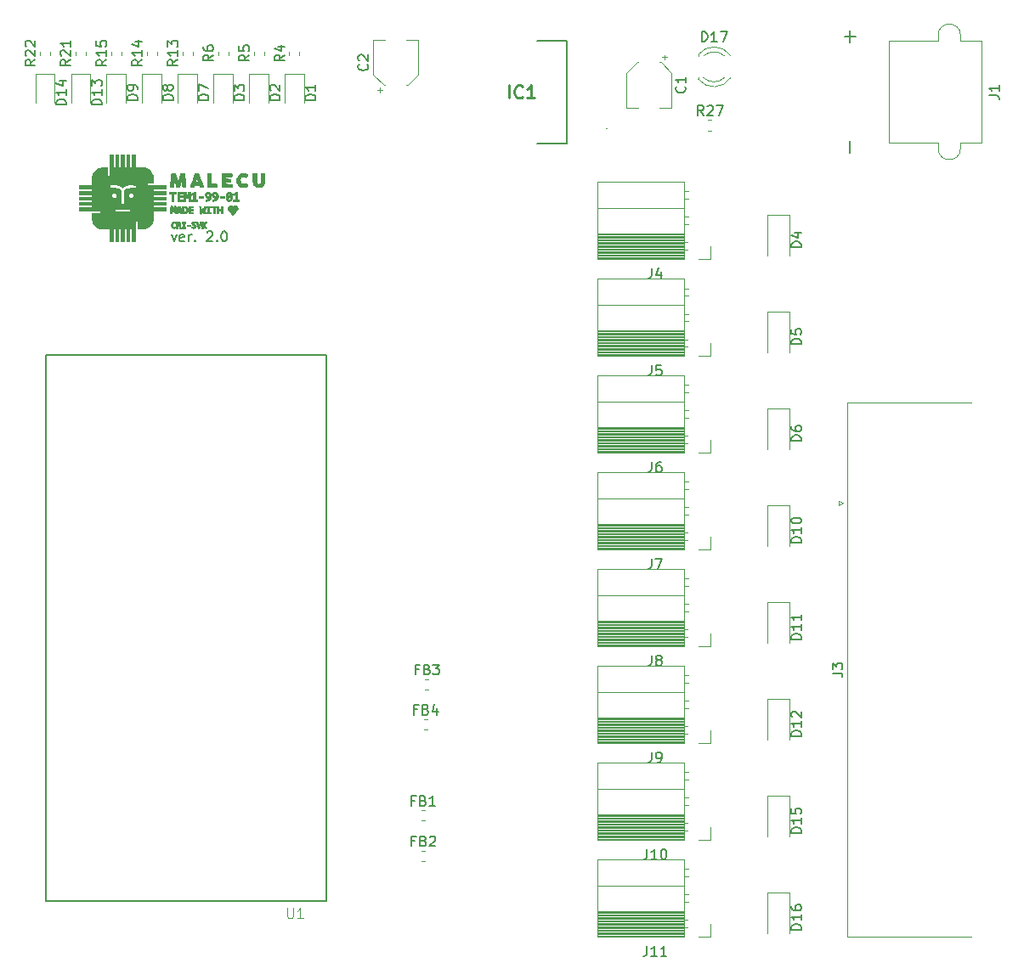
<source format=gbr>
G04 #@! TF.GenerationSoftware,KiCad,Pcbnew,(5.1.4)-1*
G04 #@! TF.CreationDate,2020-09-30T13:08:59+02:00*
G04 #@! TF.ProjectId,car_controller,6361725f-636f-46e7-9472-6f6c6c65722e,rev?*
G04 #@! TF.SameCoordinates,Original*
G04 #@! TF.FileFunction,Legend,Top*
G04 #@! TF.FilePolarity,Positive*
%FSLAX46Y46*%
G04 Gerber Fmt 4.6, Leading zero omitted, Abs format (unit mm)*
G04 Created by KiCad (PCBNEW (5.1.4)-1) date 2020-09-30 13:08:59*
%MOMM*%
%LPD*%
G04 APERTURE LIST*
%ADD10C,0.150000*%
%ADD11C,0.010000*%
%ADD12C,0.120000*%
%ADD13C,0.200000*%
%ADD14C,0.125000*%
%ADD15C,0.127000*%
%ADD16C,0.254000*%
%ADD17C,0.015000*%
G04 APERTURE END LIST*
D10*
X85914285Y-60260714D02*
X86152380Y-60927380D01*
X86390476Y-60260714D01*
X87152380Y-60879761D02*
X87057142Y-60927380D01*
X86866666Y-60927380D01*
X86771428Y-60879761D01*
X86723809Y-60784523D01*
X86723809Y-60403571D01*
X86771428Y-60308333D01*
X86866666Y-60260714D01*
X87057142Y-60260714D01*
X87152380Y-60308333D01*
X87200000Y-60403571D01*
X87200000Y-60498809D01*
X86723809Y-60594047D01*
X87628571Y-60927380D02*
X87628571Y-60260714D01*
X87628571Y-60451190D02*
X87676190Y-60355952D01*
X87723809Y-60308333D01*
X87819047Y-60260714D01*
X87914285Y-60260714D01*
X88247619Y-60832142D02*
X88295238Y-60879761D01*
X88247619Y-60927380D01*
X88200000Y-60879761D01*
X88247619Y-60832142D01*
X88247619Y-60927380D01*
X89438095Y-60022619D02*
X89485714Y-59975000D01*
X89580952Y-59927380D01*
X89819047Y-59927380D01*
X89914285Y-59975000D01*
X89961904Y-60022619D01*
X90009523Y-60117857D01*
X90009523Y-60213095D01*
X89961904Y-60355952D01*
X89390476Y-60927380D01*
X90009523Y-60927380D01*
X90438095Y-60832142D02*
X90485714Y-60879761D01*
X90438095Y-60927380D01*
X90390476Y-60879761D01*
X90438095Y-60832142D01*
X90438095Y-60927380D01*
X91104761Y-59927380D02*
X91200000Y-59927380D01*
X91295238Y-59975000D01*
X91342857Y-60022619D01*
X91390476Y-60117857D01*
X91438095Y-60308333D01*
X91438095Y-60546428D01*
X91390476Y-60736904D01*
X91342857Y-60832142D01*
X91295238Y-60879761D01*
X91200000Y-60927380D01*
X91104761Y-60927380D01*
X91009523Y-60879761D01*
X90961904Y-60832142D01*
X90914285Y-60736904D01*
X90866666Y-60546428D01*
X90866666Y-60308333D01*
X90914285Y-60117857D01*
X90961904Y-60022619D01*
X91009523Y-59975000D01*
X91104761Y-59927380D01*
D11*
G36*
X91652522Y-54144560D02*
G01*
X91740495Y-54146010D01*
X91805202Y-54149869D01*
X91850173Y-54157192D01*
X91878940Y-54169036D01*
X91895032Y-54186456D01*
X91901980Y-54210506D01*
X91903316Y-54242243D01*
X91902569Y-54282722D01*
X91902466Y-54297067D01*
X91902726Y-54349350D01*
X91900578Y-54388109D01*
X91891634Y-54415358D01*
X91871502Y-54433112D01*
X91835794Y-54443386D01*
X91780120Y-54448195D01*
X91700090Y-54449554D01*
X91591315Y-54449478D01*
X91570455Y-54449467D01*
X91259000Y-54449467D01*
X91259000Y-54685604D01*
X91741600Y-54695000D01*
X91741600Y-54949000D01*
X91500300Y-54953698D01*
X91259000Y-54958397D01*
X91259000Y-55193802D01*
X91584966Y-55198401D01*
X91910933Y-55203000D01*
X91915908Y-55335839D01*
X91916021Y-55414977D01*
X91909967Y-55469754D01*
X91901134Y-55492472D01*
X91889620Y-55499706D01*
X91866157Y-55505332D01*
X91827217Y-55509511D01*
X91769270Y-55512405D01*
X91688787Y-55514179D01*
X91582239Y-55514993D01*
X91446097Y-55515012D01*
X91413560Y-55514930D01*
X91290314Y-55514281D01*
X91177701Y-55513122D01*
X91080296Y-55511544D01*
X91002676Y-55509641D01*
X90949420Y-55507506D01*
X90925104Y-55505229D01*
X90924566Y-55505052D01*
X90919012Y-55495519D01*
X90914445Y-55470136D01*
X90910788Y-55426372D01*
X90907962Y-55361695D01*
X90905888Y-55273576D01*
X90904490Y-55159484D01*
X90903687Y-55016888D01*
X90903403Y-54843258D01*
X90903400Y-54820589D01*
X90903400Y-54144667D01*
X91392655Y-54144667D01*
X91537752Y-54144464D01*
X91652522Y-54144560D01*
X91652522Y-54144560D01*
G37*
X91652522Y-54144560D02*
X91740495Y-54146010D01*
X91805202Y-54149869D01*
X91850173Y-54157192D01*
X91878940Y-54169036D01*
X91895032Y-54186456D01*
X91901980Y-54210506D01*
X91903316Y-54242243D01*
X91902569Y-54282722D01*
X91902466Y-54297067D01*
X91902726Y-54349350D01*
X91900578Y-54388109D01*
X91891634Y-54415358D01*
X91871502Y-54433112D01*
X91835794Y-54443386D01*
X91780120Y-54448195D01*
X91700090Y-54449554D01*
X91591315Y-54449478D01*
X91570455Y-54449467D01*
X91259000Y-54449467D01*
X91259000Y-54685604D01*
X91741600Y-54695000D01*
X91741600Y-54949000D01*
X91500300Y-54953698D01*
X91259000Y-54958397D01*
X91259000Y-55193802D01*
X91584966Y-55198401D01*
X91910933Y-55203000D01*
X91915908Y-55335839D01*
X91916021Y-55414977D01*
X91909967Y-55469754D01*
X91901134Y-55492472D01*
X91889620Y-55499706D01*
X91866157Y-55505332D01*
X91827217Y-55509511D01*
X91769270Y-55512405D01*
X91688787Y-55514179D01*
X91582239Y-55514993D01*
X91446097Y-55515012D01*
X91413560Y-55514930D01*
X91290314Y-55514281D01*
X91177701Y-55513122D01*
X91080296Y-55511544D01*
X91002676Y-55509641D01*
X90949420Y-55507506D01*
X90925104Y-55505229D01*
X90924566Y-55505052D01*
X90919012Y-55495519D01*
X90914445Y-55470136D01*
X90910788Y-55426372D01*
X90907962Y-55361695D01*
X90905888Y-55273576D01*
X90904490Y-55159484D01*
X90903687Y-55016888D01*
X90903403Y-54843258D01*
X90903400Y-54820589D01*
X90903400Y-54144667D01*
X91392655Y-54144667D01*
X91537752Y-54144464D01*
X91652522Y-54144560D01*
G36*
X89849548Y-54665367D02*
G01*
X89854030Y-55177600D01*
X90106572Y-55177600D01*
X90215036Y-55178035D01*
X90294234Y-55181037D01*
X90348769Y-55189157D01*
X90383241Y-55204940D01*
X90402252Y-55230937D01*
X90410404Y-55269695D01*
X90412297Y-55323763D01*
X90412333Y-55346934D01*
X90412424Y-55396502D01*
X90410246Y-55435329D01*
X90402120Y-55464724D01*
X90384369Y-55485996D01*
X90353314Y-55500453D01*
X90305278Y-55509404D01*
X90236583Y-55514158D01*
X90143551Y-55516024D01*
X90022503Y-55516309D01*
X89936459Y-55516267D01*
X89798170Y-55515859D01*
X89690663Y-55514534D01*
X89610864Y-55512141D01*
X89555697Y-55508528D01*
X89522086Y-55503543D01*
X89506958Y-55497037D01*
X89505666Y-55495060D01*
X89503973Y-55473918D01*
X89502624Y-55422699D01*
X89501638Y-55345189D01*
X89501037Y-55245175D01*
X89500840Y-55126444D01*
X89501069Y-54992784D01*
X89501743Y-54847981D01*
X89501964Y-54813493D01*
X89506400Y-54153133D01*
X89845066Y-54153133D01*
X89849548Y-54665367D01*
X89849548Y-54665367D01*
G37*
X89849548Y-54665367D02*
X89854030Y-55177600D01*
X90106572Y-55177600D01*
X90215036Y-55178035D01*
X90294234Y-55181037D01*
X90348769Y-55189157D01*
X90383241Y-55204940D01*
X90402252Y-55230937D01*
X90410404Y-55269695D01*
X90412297Y-55323763D01*
X90412333Y-55346934D01*
X90412424Y-55396502D01*
X90410246Y-55435329D01*
X90402120Y-55464724D01*
X90384369Y-55485996D01*
X90353314Y-55500453D01*
X90305278Y-55509404D01*
X90236583Y-55514158D01*
X90143551Y-55516024D01*
X90022503Y-55516309D01*
X89936459Y-55516267D01*
X89798170Y-55515859D01*
X89690663Y-55514534D01*
X89610864Y-55512141D01*
X89555697Y-55508528D01*
X89522086Y-55503543D01*
X89506958Y-55497037D01*
X89505666Y-55495060D01*
X89503973Y-55473918D01*
X89502624Y-55422699D01*
X89501638Y-55345189D01*
X89501037Y-55245175D01*
X89500840Y-55126444D01*
X89501069Y-54992784D01*
X89501743Y-54847981D01*
X89501964Y-54813493D01*
X89506400Y-54153133D01*
X89845066Y-54153133D01*
X89849548Y-54665367D01*
G36*
X88472797Y-54145700D02*
G01*
X88520236Y-54149628D01*
X88547753Y-54157696D01*
X88562298Y-54171147D01*
X88564109Y-54174300D01*
X88573469Y-54196149D01*
X88593624Y-54246072D01*
X88623187Y-54320544D01*
X88660772Y-54416037D01*
X88704993Y-54529026D01*
X88754463Y-54655985D01*
X88807796Y-54793388D01*
X88828100Y-54845827D01*
X88892696Y-55013574D01*
X88945359Y-55152224D01*
X88986877Y-55264067D01*
X89018039Y-55351392D01*
X89039636Y-55416488D01*
X89052457Y-55461645D01*
X89057292Y-55489152D01*
X89054931Y-55501297D01*
X89054361Y-55501734D01*
X89026383Y-55508706D01*
X88975232Y-55513246D01*
X88911431Y-55515308D01*
X88845504Y-55514847D01*
X88787972Y-55511818D01*
X88749358Y-55506174D01*
X88741431Y-55503090D01*
X88725229Y-55481356D01*
X88703450Y-55437849D01*
X88685181Y-55393282D01*
X88648833Y-55296134D01*
X88149957Y-55296134D01*
X88118703Y-55385034D01*
X88098365Y-55438443D01*
X88079716Y-55480079D01*
X88070951Y-55495100D01*
X88046190Y-55506262D01*
X87998556Y-55513581D01*
X87937391Y-55517104D01*
X87872040Y-55516878D01*
X87811846Y-55512948D01*
X87766153Y-55505361D01*
X87744303Y-55494164D01*
X87743991Y-55493476D01*
X87748393Y-55474436D01*
X87763642Y-55427584D01*
X87788330Y-55356685D01*
X87821054Y-55265499D01*
X87860407Y-55157790D01*
X87904984Y-55037320D01*
X87924095Y-54986194D01*
X88261800Y-54986194D01*
X88277397Y-54988581D01*
X88318844Y-54990378D01*
X88378128Y-54991282D01*
X88397267Y-54991334D01*
X88460176Y-54989807D01*
X88507549Y-54985750D01*
X88531373Y-54979947D01*
X88532733Y-54978071D01*
X88527455Y-54950196D01*
X88513385Y-54902793D01*
X88493171Y-54842877D01*
X88469460Y-54777465D01*
X88444900Y-54713572D01*
X88422136Y-54658215D01*
X88403818Y-54618410D01*
X88392591Y-54601173D01*
X88390786Y-54601867D01*
X88381391Y-54627600D01*
X88364874Y-54675206D01*
X88343834Y-54736936D01*
X88320873Y-54805042D01*
X88298589Y-54871776D01*
X88279584Y-54929392D01*
X88266457Y-54970140D01*
X88261800Y-54986194D01*
X87924095Y-54986194D01*
X87953380Y-54907851D01*
X88004188Y-54773146D01*
X88056004Y-54636967D01*
X88107423Y-54503076D01*
X88157038Y-54375236D01*
X88203444Y-54257209D01*
X88239952Y-54165833D01*
X88258856Y-54154273D01*
X88305966Y-54147345D01*
X88383807Y-54144712D01*
X88398482Y-54144667D01*
X88472797Y-54145700D01*
X88472797Y-54145700D01*
G37*
X88472797Y-54145700D02*
X88520236Y-54149628D01*
X88547753Y-54157696D01*
X88562298Y-54171147D01*
X88564109Y-54174300D01*
X88573469Y-54196149D01*
X88593624Y-54246072D01*
X88623187Y-54320544D01*
X88660772Y-54416037D01*
X88704993Y-54529026D01*
X88754463Y-54655985D01*
X88807796Y-54793388D01*
X88828100Y-54845827D01*
X88892696Y-55013574D01*
X88945359Y-55152224D01*
X88986877Y-55264067D01*
X89018039Y-55351392D01*
X89039636Y-55416488D01*
X89052457Y-55461645D01*
X89057292Y-55489152D01*
X89054931Y-55501297D01*
X89054361Y-55501734D01*
X89026383Y-55508706D01*
X88975232Y-55513246D01*
X88911431Y-55515308D01*
X88845504Y-55514847D01*
X88787972Y-55511818D01*
X88749358Y-55506174D01*
X88741431Y-55503090D01*
X88725229Y-55481356D01*
X88703450Y-55437849D01*
X88685181Y-55393282D01*
X88648833Y-55296134D01*
X88149957Y-55296134D01*
X88118703Y-55385034D01*
X88098365Y-55438443D01*
X88079716Y-55480079D01*
X88070951Y-55495100D01*
X88046190Y-55506262D01*
X87998556Y-55513581D01*
X87937391Y-55517104D01*
X87872040Y-55516878D01*
X87811846Y-55512948D01*
X87766153Y-55505361D01*
X87744303Y-55494164D01*
X87743991Y-55493476D01*
X87748393Y-55474436D01*
X87763642Y-55427584D01*
X87788330Y-55356685D01*
X87821054Y-55265499D01*
X87860407Y-55157790D01*
X87904984Y-55037320D01*
X87924095Y-54986194D01*
X88261800Y-54986194D01*
X88277397Y-54988581D01*
X88318844Y-54990378D01*
X88378128Y-54991282D01*
X88397267Y-54991334D01*
X88460176Y-54989807D01*
X88507549Y-54985750D01*
X88531373Y-54979947D01*
X88532733Y-54978071D01*
X88527455Y-54950196D01*
X88513385Y-54902793D01*
X88493171Y-54842877D01*
X88469460Y-54777465D01*
X88444900Y-54713572D01*
X88422136Y-54658215D01*
X88403818Y-54618410D01*
X88392591Y-54601173D01*
X88390786Y-54601867D01*
X88381391Y-54627600D01*
X88364874Y-54675206D01*
X88343834Y-54736936D01*
X88320873Y-54805042D01*
X88298589Y-54871776D01*
X88279584Y-54929392D01*
X88266457Y-54970140D01*
X88261800Y-54986194D01*
X87924095Y-54986194D01*
X87953380Y-54907851D01*
X88004188Y-54773146D01*
X88056004Y-54636967D01*
X88107423Y-54503076D01*
X88157038Y-54375236D01*
X88203444Y-54257209D01*
X88239952Y-54165833D01*
X88258856Y-54154273D01*
X88305966Y-54147345D01*
X88383807Y-54144712D01*
X88398482Y-54144667D01*
X88472797Y-54145700D01*
G36*
X87067571Y-54144978D02*
G01*
X87122984Y-54146674D01*
X87156594Y-54150897D01*
X87174432Y-54158790D01*
X87182529Y-54171495D01*
X87185403Y-54182767D01*
X87191030Y-54218682D01*
X87198855Y-54281532D01*
X87208451Y-54366778D01*
X87219391Y-54469882D01*
X87231247Y-54586305D01*
X87243593Y-54711510D01*
X87256001Y-54840959D01*
X87268045Y-54970112D01*
X87279298Y-55094432D01*
X87289333Y-55209380D01*
X87297722Y-55310418D01*
X87304039Y-55393008D01*
X87307856Y-55452612D01*
X87308747Y-55484691D01*
X87308274Y-55488614D01*
X87297304Y-55502185D01*
X87272759Y-55510581D01*
X87228167Y-55514903D01*
X87157053Y-55516252D01*
X87145731Y-55516267D01*
X87077512Y-55514887D01*
X87023184Y-55511195D01*
X86990865Y-55505861D01*
X86985625Y-55503042D01*
X86981309Y-55482837D01*
X86974098Y-55434326D01*
X86964695Y-55362882D01*
X86953805Y-55273873D01*
X86942129Y-55172671D01*
X86940728Y-55160142D01*
X86928944Y-55056850D01*
X86917844Y-54964163D01*
X86908145Y-54887709D01*
X86900564Y-54833120D01*
X86895818Y-54806025D01*
X86895534Y-54805067D01*
X86888597Y-54812896D01*
X86873934Y-54849043D01*
X86853003Y-54909229D01*
X86827266Y-54989175D01*
X86798183Y-55084602D01*
X86785836Y-55126507D01*
X86754966Y-55230482D01*
X86726199Y-55324038D01*
X86701190Y-55402052D01*
X86681594Y-55459400D01*
X86669068Y-55490959D01*
X86666797Y-55494807D01*
X86640140Y-55506703D01*
X86591011Y-55513997D01*
X86530328Y-55516676D01*
X86469009Y-55514728D01*
X86417974Y-55508143D01*
X86388140Y-55496908D01*
X86386384Y-55495100D01*
X86376810Y-55473053D01*
X86359725Y-55423561D01*
X86336769Y-55351789D01*
X86309579Y-55262898D01*
X86279796Y-55162053D01*
X86270961Y-55131494D01*
X86241429Y-55030395D01*
X86214712Y-54941849D01*
X86192275Y-54870478D01*
X86175584Y-54820902D01*
X86166105Y-54797741D01*
X86164787Y-54796701D01*
X86160617Y-54815095D01*
X86153420Y-54861980D01*
X86143890Y-54932184D01*
X86132725Y-55020539D01*
X86120620Y-55121874D01*
X86118101Y-55143647D01*
X86105727Y-55247720D01*
X86093933Y-55340547D01*
X86083460Y-55416775D01*
X86075050Y-55471051D01*
X86069445Y-55498021D01*
X86068765Y-55499606D01*
X86047488Y-55507867D01*
X86002034Y-55513262D01*
X85941968Y-55515834D01*
X85876854Y-55515623D01*
X85816257Y-55512672D01*
X85769741Y-55507023D01*
X85746872Y-55498718D01*
X85746493Y-55498190D01*
X85745629Y-55477801D01*
X85748068Y-55428257D01*
X85753364Y-55354062D01*
X85761071Y-55259720D01*
X85770746Y-55149733D01*
X85781942Y-55028607D01*
X85794213Y-54900844D01*
X85807116Y-54770948D01*
X85820203Y-54643423D01*
X85833030Y-54522772D01*
X85845152Y-54413500D01*
X85856123Y-54320109D01*
X85865498Y-54247105D01*
X85872831Y-54198989D01*
X85876624Y-54182210D01*
X85884263Y-54165439D01*
X85896738Y-54154592D01*
X85920350Y-54148618D01*
X85961403Y-54146464D01*
X86026201Y-54147077D01*
X86079417Y-54148344D01*
X86268116Y-54153133D01*
X86359487Y-54457934D01*
X86391257Y-54563940D01*
X86422372Y-54667813D01*
X86450456Y-54761609D01*
X86473128Y-54837387D01*
X86485967Y-54880349D01*
X86507258Y-54943952D01*
X86523411Y-54974636D01*
X86534396Y-54973483D01*
X86543069Y-54950531D01*
X86559753Y-54900266D01*
X86582814Y-54827840D01*
X86610622Y-54738403D01*
X86641542Y-54637108D01*
X86652177Y-54601867D01*
X86684245Y-54495416D01*
X86714002Y-54396843D01*
X86739712Y-54311885D01*
X86759638Y-54246281D01*
X86772043Y-54205767D01*
X86773932Y-54199700D01*
X86791226Y-54144667D01*
X86984324Y-54144667D01*
X87067571Y-54144978D01*
X87067571Y-54144978D01*
G37*
X87067571Y-54144978D02*
X87122984Y-54146674D01*
X87156594Y-54150897D01*
X87174432Y-54158790D01*
X87182529Y-54171495D01*
X87185403Y-54182767D01*
X87191030Y-54218682D01*
X87198855Y-54281532D01*
X87208451Y-54366778D01*
X87219391Y-54469882D01*
X87231247Y-54586305D01*
X87243593Y-54711510D01*
X87256001Y-54840959D01*
X87268045Y-54970112D01*
X87279298Y-55094432D01*
X87289333Y-55209380D01*
X87297722Y-55310418D01*
X87304039Y-55393008D01*
X87307856Y-55452612D01*
X87308747Y-55484691D01*
X87308274Y-55488614D01*
X87297304Y-55502185D01*
X87272759Y-55510581D01*
X87228167Y-55514903D01*
X87157053Y-55516252D01*
X87145731Y-55516267D01*
X87077512Y-55514887D01*
X87023184Y-55511195D01*
X86990865Y-55505861D01*
X86985625Y-55503042D01*
X86981309Y-55482837D01*
X86974098Y-55434326D01*
X86964695Y-55362882D01*
X86953805Y-55273873D01*
X86942129Y-55172671D01*
X86940728Y-55160142D01*
X86928944Y-55056850D01*
X86917844Y-54964163D01*
X86908145Y-54887709D01*
X86900564Y-54833120D01*
X86895818Y-54806025D01*
X86895534Y-54805067D01*
X86888597Y-54812896D01*
X86873934Y-54849043D01*
X86853003Y-54909229D01*
X86827266Y-54989175D01*
X86798183Y-55084602D01*
X86785836Y-55126507D01*
X86754966Y-55230482D01*
X86726199Y-55324038D01*
X86701190Y-55402052D01*
X86681594Y-55459400D01*
X86669068Y-55490959D01*
X86666797Y-55494807D01*
X86640140Y-55506703D01*
X86591011Y-55513997D01*
X86530328Y-55516676D01*
X86469009Y-55514728D01*
X86417974Y-55508143D01*
X86388140Y-55496908D01*
X86386384Y-55495100D01*
X86376810Y-55473053D01*
X86359725Y-55423561D01*
X86336769Y-55351789D01*
X86309579Y-55262898D01*
X86279796Y-55162053D01*
X86270961Y-55131494D01*
X86241429Y-55030395D01*
X86214712Y-54941849D01*
X86192275Y-54870478D01*
X86175584Y-54820902D01*
X86166105Y-54797741D01*
X86164787Y-54796701D01*
X86160617Y-54815095D01*
X86153420Y-54861980D01*
X86143890Y-54932184D01*
X86132725Y-55020539D01*
X86120620Y-55121874D01*
X86118101Y-55143647D01*
X86105727Y-55247720D01*
X86093933Y-55340547D01*
X86083460Y-55416775D01*
X86075050Y-55471051D01*
X86069445Y-55498021D01*
X86068765Y-55499606D01*
X86047488Y-55507867D01*
X86002034Y-55513262D01*
X85941968Y-55515834D01*
X85876854Y-55515623D01*
X85816257Y-55512672D01*
X85769741Y-55507023D01*
X85746872Y-55498718D01*
X85746493Y-55498190D01*
X85745629Y-55477801D01*
X85748068Y-55428257D01*
X85753364Y-55354062D01*
X85761071Y-55259720D01*
X85770746Y-55149733D01*
X85781942Y-55028607D01*
X85794213Y-54900844D01*
X85807116Y-54770948D01*
X85820203Y-54643423D01*
X85833030Y-54522772D01*
X85845152Y-54413500D01*
X85856123Y-54320109D01*
X85865498Y-54247105D01*
X85872831Y-54198989D01*
X85876624Y-54182210D01*
X85884263Y-54165439D01*
X85896738Y-54154592D01*
X85920350Y-54148618D01*
X85961403Y-54146464D01*
X86026201Y-54147077D01*
X86079417Y-54148344D01*
X86268116Y-54153133D01*
X86359487Y-54457934D01*
X86391257Y-54563940D01*
X86422372Y-54667813D01*
X86450456Y-54761609D01*
X86473128Y-54837387D01*
X86485967Y-54880349D01*
X86507258Y-54943952D01*
X86523411Y-54974636D01*
X86534396Y-54973483D01*
X86543069Y-54950531D01*
X86559753Y-54900266D01*
X86582814Y-54827840D01*
X86610622Y-54738403D01*
X86641542Y-54637108D01*
X86652177Y-54601867D01*
X86684245Y-54495416D01*
X86714002Y-54396843D01*
X86739712Y-54311885D01*
X86759638Y-54246281D01*
X86772043Y-54205767D01*
X86773932Y-54199700D01*
X86791226Y-54144667D01*
X86984324Y-54144667D01*
X87067571Y-54144978D01*
G36*
X95150349Y-54656900D02*
G01*
X95145200Y-55169134D01*
X95099310Y-55256134D01*
X95032373Y-55352283D01*
X94944969Y-55431917D01*
X94846318Y-55486857D01*
X94834192Y-55491391D01*
X94748936Y-55512293D01*
X94644926Y-55524210D01*
X94535841Y-55526663D01*
X94435359Y-55519175D01*
X94376111Y-55507386D01*
X94267526Y-55467117D01*
X94180242Y-55410687D01*
X94115108Y-55345664D01*
X94082352Y-55304571D01*
X94056163Y-55263193D01*
X94035726Y-55217112D01*
X94020223Y-55161908D01*
X94008837Y-55093163D01*
X94000750Y-55006458D01*
X93995146Y-54897373D01*
X93991206Y-54761491D01*
X93989304Y-54665405D01*
X93987603Y-54545071D01*
X93986851Y-54434126D01*
X93987019Y-54337635D01*
X93988074Y-54260660D01*
X93989986Y-54208264D01*
X93992211Y-54187038D01*
X93998411Y-54167699D01*
X94009699Y-54155373D01*
X94032700Y-54148481D01*
X94074041Y-54145445D01*
X94140348Y-54144687D01*
X94170044Y-54144667D01*
X94249444Y-54145606D01*
X94301080Y-54149033D01*
X94331019Y-54155863D01*
X94345326Y-54167012D01*
X94347521Y-54171452D01*
X94350325Y-54195163D01*
X94352837Y-54247868D01*
X94354948Y-54324696D01*
X94356550Y-54420776D01*
X94357533Y-54531234D01*
X94357800Y-54629493D01*
X94358149Y-54774107D01*
X94359678Y-54888829D01*
X94363107Y-54977629D01*
X94369159Y-55044476D01*
X94378553Y-55093343D01*
X94392012Y-55128200D01*
X94410256Y-55153016D01*
X94434007Y-55171764D01*
X94458846Y-55185780D01*
X94507672Y-55201998D01*
X94568398Y-55210889D01*
X94585808Y-55211467D01*
X94640248Y-55206930D01*
X94682819Y-55188712D01*
X94726349Y-55153528D01*
X94789600Y-55095590D01*
X94793891Y-54658228D01*
X94795386Y-54537984D01*
X94797359Y-54427398D01*
X94799672Y-54331466D01*
X94802189Y-54255181D01*
X94804773Y-54203536D01*
X94806914Y-54182767D01*
X94812740Y-54165462D01*
X94824976Y-54154385D01*
X94850113Y-54148152D01*
X94894641Y-54145378D01*
X94965051Y-54144679D01*
X94985571Y-54144667D01*
X95155497Y-54144667D01*
X95150349Y-54656900D01*
X95150349Y-54656900D01*
G37*
X95150349Y-54656900D02*
X95145200Y-55169134D01*
X95099310Y-55256134D01*
X95032373Y-55352283D01*
X94944969Y-55431917D01*
X94846318Y-55486857D01*
X94834192Y-55491391D01*
X94748936Y-55512293D01*
X94644926Y-55524210D01*
X94535841Y-55526663D01*
X94435359Y-55519175D01*
X94376111Y-55507386D01*
X94267526Y-55467117D01*
X94180242Y-55410687D01*
X94115108Y-55345664D01*
X94082352Y-55304571D01*
X94056163Y-55263193D01*
X94035726Y-55217112D01*
X94020223Y-55161908D01*
X94008837Y-55093163D01*
X94000750Y-55006458D01*
X93995146Y-54897373D01*
X93991206Y-54761491D01*
X93989304Y-54665405D01*
X93987603Y-54545071D01*
X93986851Y-54434126D01*
X93987019Y-54337635D01*
X93988074Y-54260660D01*
X93989986Y-54208264D01*
X93992211Y-54187038D01*
X93998411Y-54167699D01*
X94009699Y-54155373D01*
X94032700Y-54148481D01*
X94074041Y-54145445D01*
X94140348Y-54144687D01*
X94170044Y-54144667D01*
X94249444Y-54145606D01*
X94301080Y-54149033D01*
X94331019Y-54155863D01*
X94345326Y-54167012D01*
X94347521Y-54171452D01*
X94350325Y-54195163D01*
X94352837Y-54247868D01*
X94354948Y-54324696D01*
X94356550Y-54420776D01*
X94357533Y-54531234D01*
X94357800Y-54629493D01*
X94358149Y-54774107D01*
X94359678Y-54888829D01*
X94363107Y-54977629D01*
X94369159Y-55044476D01*
X94378553Y-55093343D01*
X94392012Y-55128200D01*
X94410256Y-55153016D01*
X94434007Y-55171764D01*
X94458846Y-55185780D01*
X94507672Y-55201998D01*
X94568398Y-55210889D01*
X94585808Y-55211467D01*
X94640248Y-55206930D01*
X94682819Y-55188712D01*
X94726349Y-55153528D01*
X94789600Y-55095590D01*
X94793891Y-54658228D01*
X94795386Y-54537984D01*
X94797359Y-54427398D01*
X94799672Y-54331466D01*
X94802189Y-54255181D01*
X94804773Y-54203536D01*
X94806914Y-54182767D01*
X94812740Y-54165462D01*
X94824976Y-54154385D01*
X94850113Y-54148152D01*
X94894641Y-54145378D01*
X94965051Y-54144679D01*
X94985571Y-54144667D01*
X95155497Y-54144667D01*
X95150349Y-54656900D01*
G36*
X93172900Y-54134737D02*
G01*
X93267624Y-54153746D01*
X93355894Y-54181759D01*
X93427793Y-54215776D01*
X93465539Y-54243946D01*
X93481156Y-54261101D01*
X93486781Y-54277478D01*
X93480200Y-54300074D01*
X93459204Y-54335888D01*
X93421580Y-54391918D01*
X93416364Y-54399568D01*
X93376670Y-54455487D01*
X93342283Y-54499798D01*
X93318768Y-54525484D01*
X93313808Y-54528915D01*
X93287998Y-54526338D01*
X93245675Y-54510990D01*
X93225583Y-54501449D01*
X93132222Y-54471018D01*
X93031128Y-54466782D01*
X92934283Y-54488461D01*
X92890771Y-54509184D01*
X92809498Y-54575276D01*
X92754524Y-54661897D01*
X92726996Y-54766899D01*
X92723865Y-54822000D01*
X92737969Y-54936036D01*
X92780553Y-55032169D01*
X92852466Y-55112084D01*
X92881825Y-55134515D01*
X92930312Y-55164739D01*
X92974766Y-55180126D01*
X93030922Y-55185169D01*
X93059625Y-55185302D01*
X93153096Y-55176583D01*
X93229801Y-55150014D01*
X93235292Y-55147202D01*
X93278900Y-55125235D01*
X93308745Y-55111815D01*
X93315209Y-55109867D01*
X93328609Y-55123024D01*
X93354576Y-55157361D01*
X93387992Y-55205173D01*
X93423740Y-55258757D01*
X93456703Y-55310410D01*
X93481763Y-55352426D01*
X93493804Y-55377104D01*
X93494200Y-55379322D01*
X93479350Y-55400438D01*
X93439982Y-55427723D01*
X93383866Y-55457127D01*
X93318770Y-55484601D01*
X93252466Y-55506096D01*
X93249342Y-55506920D01*
X93097787Y-55530233D01*
X92947895Y-55520129D01*
X92885010Y-55506054D01*
X92748479Y-55452644D01*
X92628471Y-55372668D01*
X92527854Y-55270552D01*
X92449491Y-55150721D01*
X92396248Y-55017599D01*
X92370991Y-54875611D01*
X92376585Y-54729182D01*
X92377619Y-54722486D01*
X92417570Y-54571878D01*
X92484778Y-54439133D01*
X92576346Y-54326699D01*
X92689376Y-54237024D01*
X92820971Y-54172556D01*
X92968234Y-54135742D01*
X93081636Y-54127734D01*
X93172900Y-54134737D01*
X93172900Y-54134737D01*
G37*
X93172900Y-54134737D02*
X93267624Y-54153746D01*
X93355894Y-54181759D01*
X93427793Y-54215776D01*
X93465539Y-54243946D01*
X93481156Y-54261101D01*
X93486781Y-54277478D01*
X93480200Y-54300074D01*
X93459204Y-54335888D01*
X93421580Y-54391918D01*
X93416364Y-54399568D01*
X93376670Y-54455487D01*
X93342283Y-54499798D01*
X93318768Y-54525484D01*
X93313808Y-54528915D01*
X93287998Y-54526338D01*
X93245675Y-54510990D01*
X93225583Y-54501449D01*
X93132222Y-54471018D01*
X93031128Y-54466782D01*
X92934283Y-54488461D01*
X92890771Y-54509184D01*
X92809498Y-54575276D01*
X92754524Y-54661897D01*
X92726996Y-54766899D01*
X92723865Y-54822000D01*
X92737969Y-54936036D01*
X92780553Y-55032169D01*
X92852466Y-55112084D01*
X92881825Y-55134515D01*
X92930312Y-55164739D01*
X92974766Y-55180126D01*
X93030922Y-55185169D01*
X93059625Y-55185302D01*
X93153096Y-55176583D01*
X93229801Y-55150014D01*
X93235292Y-55147202D01*
X93278900Y-55125235D01*
X93308745Y-55111815D01*
X93315209Y-55109867D01*
X93328609Y-55123024D01*
X93354576Y-55157361D01*
X93387992Y-55205173D01*
X93423740Y-55258757D01*
X93456703Y-55310410D01*
X93481763Y-55352426D01*
X93493804Y-55377104D01*
X93494200Y-55379322D01*
X93479350Y-55400438D01*
X93439982Y-55427723D01*
X93383866Y-55457127D01*
X93318770Y-55484601D01*
X93252466Y-55506096D01*
X93249342Y-55506920D01*
X93097787Y-55530233D01*
X92947895Y-55520129D01*
X92885010Y-55506054D01*
X92748479Y-55452644D01*
X92628471Y-55372668D01*
X92527854Y-55270552D01*
X92449491Y-55150721D01*
X92396248Y-55017599D01*
X92370991Y-54875611D01*
X92376585Y-54729182D01*
X92377619Y-54722486D01*
X92417570Y-54571878D01*
X92484778Y-54439133D01*
X92576346Y-54326699D01*
X92689376Y-54237024D01*
X92820971Y-54172556D01*
X92968234Y-54135742D01*
X93081636Y-54127734D01*
X93172900Y-54134737D01*
G36*
X91157400Y-56600000D02*
G01*
X90717133Y-56600000D01*
X90717133Y-56430667D01*
X91157400Y-56430667D01*
X91157400Y-56600000D01*
X91157400Y-56600000D01*
G37*
X91157400Y-56600000D02*
X90717133Y-56600000D01*
X90717133Y-56430667D01*
X91157400Y-56430667D01*
X91157400Y-56600000D01*
G36*
X89057667Y-56600000D02*
G01*
X88617400Y-56600000D01*
X88617400Y-56430667D01*
X89057667Y-56430667D01*
X89057667Y-56600000D01*
X89057667Y-56600000D01*
G37*
X89057667Y-56600000D02*
X88617400Y-56600000D01*
X88617400Y-56430667D01*
X89057667Y-56430667D01*
X89057667Y-56600000D01*
G36*
X92461266Y-56718534D02*
G01*
X92647533Y-56718534D01*
X92647533Y-56887867D01*
X92054866Y-56887867D01*
X92054866Y-56718534D01*
X92275000Y-56718534D01*
X92275000Y-56464533D01*
X92274465Y-56376140D01*
X92272990Y-56301125D01*
X92270773Y-56245343D01*
X92268009Y-56214646D01*
X92266483Y-56210533D01*
X92248584Y-56218769D01*
X92211364Y-56240010D01*
X92177612Y-56260548D01*
X92097257Y-56310562D01*
X92068305Y-56256314D01*
X92048584Y-56212901D01*
X92038833Y-56178840D01*
X92038643Y-56176207D01*
X92053001Y-56155045D01*
X92091908Y-56126873D01*
X92147754Y-56095310D01*
X92212933Y-56063973D01*
X92279835Y-56036480D01*
X92340853Y-56016449D01*
X92388378Y-56007497D01*
X92393782Y-56007333D01*
X92461266Y-56007333D01*
X92461266Y-56718534D01*
X92461266Y-56718534D01*
G37*
X92461266Y-56718534D02*
X92647533Y-56718534D01*
X92647533Y-56887867D01*
X92054866Y-56887867D01*
X92054866Y-56718534D01*
X92275000Y-56718534D01*
X92275000Y-56464533D01*
X92274465Y-56376140D01*
X92272990Y-56301125D01*
X92270773Y-56245343D01*
X92268009Y-56214646D01*
X92266483Y-56210533D01*
X92248584Y-56218769D01*
X92211364Y-56240010D01*
X92177612Y-56260548D01*
X92097257Y-56310562D01*
X92068305Y-56256314D01*
X92048584Y-56212901D01*
X92038833Y-56178840D01*
X92038643Y-56176207D01*
X92053001Y-56155045D01*
X92091908Y-56126873D01*
X92147754Y-56095310D01*
X92212933Y-56063973D01*
X92279835Y-56036480D01*
X92340853Y-56016449D01*
X92388378Y-56007497D01*
X92393782Y-56007333D01*
X92461266Y-56007333D01*
X92461266Y-56718534D01*
G36*
X90336560Y-56008652D02*
G01*
X90413498Y-56051450D01*
X90441158Y-56077349D01*
X90491714Y-56154892D01*
X90524786Y-56253651D01*
X90539885Y-56365547D01*
X90536518Y-56482499D01*
X90514196Y-56596428D01*
X90478261Y-56688206D01*
X90419732Y-56766572D01*
X90335120Y-56826870D01*
X90227977Y-56867421D01*
X90101859Y-56886544D01*
X90055900Y-56887867D01*
X89972066Y-56887867D01*
X89972066Y-56718534D01*
X90054616Y-56718534D01*
X90147798Y-56713949D01*
X90216996Y-56698516D01*
X90271056Y-56669716D01*
X90294404Y-56650235D01*
X90332398Y-56610490D01*
X90344689Y-56583527D01*
X90329279Y-56567136D01*
X90284170Y-56559103D01*
X90210400Y-56557203D01*
X90117414Y-56552372D01*
X90049610Y-56534700D01*
X89999577Y-56500536D01*
X89959902Y-56446233D01*
X89950926Y-56429463D01*
X89929402Y-56362360D01*
X89923694Y-56299431D01*
X90096295Y-56299431D01*
X90115575Y-56354630D01*
X90125655Y-56369065D01*
X90152234Y-56398177D01*
X90179853Y-56410881D01*
X90221919Y-56411661D01*
X90246715Y-56409550D01*
X90298920Y-56401399D01*
X90337552Y-56389727D01*
X90347710Y-56383530D01*
X90357909Y-56353325D01*
X90356318Y-56304602D01*
X90345194Y-56249656D01*
X90326796Y-56200784D01*
X90309513Y-56175446D01*
X90260423Y-56144483D01*
X90209928Y-56141360D01*
X90163147Y-56160685D01*
X90125202Y-56197067D01*
X90101211Y-56245113D01*
X90096295Y-56299431D01*
X89923694Y-56299431D01*
X89922242Y-56283424D01*
X89929779Y-56207976D01*
X89945155Y-56163126D01*
X90001482Y-56087054D01*
X90075640Y-56032385D01*
X90160776Y-56000305D01*
X90250034Y-55991999D01*
X90336560Y-56008652D01*
X90336560Y-56008652D01*
G37*
X90336560Y-56008652D02*
X90413498Y-56051450D01*
X90441158Y-56077349D01*
X90491714Y-56154892D01*
X90524786Y-56253651D01*
X90539885Y-56365547D01*
X90536518Y-56482499D01*
X90514196Y-56596428D01*
X90478261Y-56688206D01*
X90419732Y-56766572D01*
X90335120Y-56826870D01*
X90227977Y-56867421D01*
X90101859Y-56886544D01*
X90055900Y-56887867D01*
X89972066Y-56887867D01*
X89972066Y-56718534D01*
X90054616Y-56718534D01*
X90147798Y-56713949D01*
X90216996Y-56698516D01*
X90271056Y-56669716D01*
X90294404Y-56650235D01*
X90332398Y-56610490D01*
X90344689Y-56583527D01*
X90329279Y-56567136D01*
X90284170Y-56559103D01*
X90210400Y-56557203D01*
X90117414Y-56552372D01*
X90049610Y-56534700D01*
X89999577Y-56500536D01*
X89959902Y-56446233D01*
X89950926Y-56429463D01*
X89929402Y-56362360D01*
X89923694Y-56299431D01*
X90096295Y-56299431D01*
X90115575Y-56354630D01*
X90125655Y-56369065D01*
X90152234Y-56398177D01*
X90179853Y-56410881D01*
X90221919Y-56411661D01*
X90246715Y-56409550D01*
X90298920Y-56401399D01*
X90337552Y-56389727D01*
X90347710Y-56383530D01*
X90357909Y-56353325D01*
X90356318Y-56304602D01*
X90345194Y-56249656D01*
X90326796Y-56200784D01*
X90309513Y-56175446D01*
X90260423Y-56144483D01*
X90209928Y-56141360D01*
X90163147Y-56160685D01*
X90125202Y-56197067D01*
X90101211Y-56245113D01*
X90096295Y-56299431D01*
X89923694Y-56299431D01*
X89922242Y-56283424D01*
X89929779Y-56207976D01*
X89945155Y-56163126D01*
X90001482Y-56087054D01*
X90075640Y-56032385D01*
X90160776Y-56000305D01*
X90250034Y-55991999D01*
X90336560Y-56008652D01*
G36*
X89657005Y-56015196D02*
G01*
X89729657Y-56061390D01*
X89788517Y-56133076D01*
X89797045Y-56148455D01*
X89828409Y-56237736D01*
X89843221Y-56345680D01*
X89841734Y-56461547D01*
X89824199Y-56574594D01*
X89790868Y-56674082D01*
X89784409Y-56687393D01*
X89725582Y-56766330D01*
X89640731Y-56826929D01*
X89533293Y-56867563D01*
X89406702Y-56886601D01*
X89361633Y-56887867D01*
X89277800Y-56887867D01*
X89277800Y-56718534D01*
X89360350Y-56718534D01*
X89453531Y-56713949D01*
X89522729Y-56698516D01*
X89576789Y-56669716D01*
X89600138Y-56650235D01*
X89638132Y-56610490D01*
X89650423Y-56583527D01*
X89635012Y-56567136D01*
X89589904Y-56559103D01*
X89516133Y-56557203D01*
X89442023Y-56555705D01*
X89391804Y-56549345D01*
X89355632Y-56536253D01*
X89334100Y-56522596D01*
X89274858Y-56459040D01*
X89238040Y-56375105D01*
X89228233Y-56299431D01*
X89402029Y-56299431D01*
X89421308Y-56354630D01*
X89431389Y-56369065D01*
X89457968Y-56398177D01*
X89485587Y-56410881D01*
X89527652Y-56411661D01*
X89552448Y-56409550D01*
X89604654Y-56401399D01*
X89643286Y-56389727D01*
X89653444Y-56383530D01*
X89663642Y-56353325D01*
X89662051Y-56304602D01*
X89650928Y-56249656D01*
X89632529Y-56200784D01*
X89615246Y-56175446D01*
X89566156Y-56144483D01*
X89515661Y-56141360D01*
X89468881Y-56160685D01*
X89430935Y-56197067D01*
X89406944Y-56245113D01*
X89402029Y-56299431D01*
X89228233Y-56299431D01*
X89227026Y-56290126D01*
X89241306Y-56196373D01*
X89280521Y-56118488D01*
X89339140Y-56057845D01*
X89411631Y-56015819D01*
X89492460Y-55993786D01*
X89576096Y-55993120D01*
X89657005Y-56015196D01*
X89657005Y-56015196D01*
G37*
X89657005Y-56015196D02*
X89729657Y-56061390D01*
X89788517Y-56133076D01*
X89797045Y-56148455D01*
X89828409Y-56237736D01*
X89843221Y-56345680D01*
X89841734Y-56461547D01*
X89824199Y-56574594D01*
X89790868Y-56674082D01*
X89784409Y-56687393D01*
X89725582Y-56766330D01*
X89640731Y-56826929D01*
X89533293Y-56867563D01*
X89406702Y-56886601D01*
X89361633Y-56887867D01*
X89277800Y-56887867D01*
X89277800Y-56718534D01*
X89360350Y-56718534D01*
X89453531Y-56713949D01*
X89522729Y-56698516D01*
X89576789Y-56669716D01*
X89600138Y-56650235D01*
X89638132Y-56610490D01*
X89650423Y-56583527D01*
X89635012Y-56567136D01*
X89589904Y-56559103D01*
X89516133Y-56557203D01*
X89442023Y-56555705D01*
X89391804Y-56549345D01*
X89355632Y-56536253D01*
X89334100Y-56522596D01*
X89274858Y-56459040D01*
X89238040Y-56375105D01*
X89228233Y-56299431D01*
X89402029Y-56299431D01*
X89421308Y-56354630D01*
X89431389Y-56369065D01*
X89457968Y-56398177D01*
X89485587Y-56410881D01*
X89527652Y-56411661D01*
X89552448Y-56409550D01*
X89604654Y-56401399D01*
X89643286Y-56389727D01*
X89653444Y-56383530D01*
X89663642Y-56353325D01*
X89662051Y-56304602D01*
X89650928Y-56249656D01*
X89632529Y-56200784D01*
X89615246Y-56175446D01*
X89566156Y-56144483D01*
X89515661Y-56141360D01*
X89468881Y-56160685D01*
X89430935Y-56197067D01*
X89406944Y-56245113D01*
X89402029Y-56299431D01*
X89228233Y-56299431D01*
X89227026Y-56290126D01*
X89241306Y-56196373D01*
X89280521Y-56118488D01*
X89339140Y-56057845D01*
X89411631Y-56015819D01*
X89492460Y-55993786D01*
X89576096Y-55993120D01*
X89657005Y-56015196D01*
G36*
X88261800Y-56718534D02*
G01*
X88448067Y-56718534D01*
X88448067Y-56887867D01*
X87855400Y-56887867D01*
X87855400Y-56718534D01*
X88075533Y-56718534D01*
X88075533Y-56464533D01*
X88074998Y-56376140D01*
X88073524Y-56301125D01*
X88071306Y-56245343D01*
X88068542Y-56214646D01*
X88067017Y-56210533D01*
X88049117Y-56218769D01*
X88011897Y-56240010D01*
X87978145Y-56260548D01*
X87897790Y-56310562D01*
X87868838Y-56256314D01*
X87849118Y-56212901D01*
X87839367Y-56178840D01*
X87839176Y-56176207D01*
X87853535Y-56155045D01*
X87892441Y-56126873D01*
X87948288Y-56095310D01*
X88013466Y-56063973D01*
X88080368Y-56036480D01*
X88141386Y-56016449D01*
X88188911Y-56007497D01*
X88194315Y-56007333D01*
X88261800Y-56007333D01*
X88261800Y-56718534D01*
X88261800Y-56718534D01*
G37*
X88261800Y-56718534D02*
X88448067Y-56718534D01*
X88448067Y-56887867D01*
X87855400Y-56887867D01*
X87855400Y-56718534D01*
X88075533Y-56718534D01*
X88075533Y-56464533D01*
X88074998Y-56376140D01*
X88073524Y-56301125D01*
X88071306Y-56245343D01*
X88068542Y-56214646D01*
X88067017Y-56210533D01*
X88049117Y-56218769D01*
X88011897Y-56240010D01*
X87978145Y-56260548D01*
X87897790Y-56310562D01*
X87868838Y-56256314D01*
X87849118Y-56212901D01*
X87839367Y-56178840D01*
X87839176Y-56176207D01*
X87853535Y-56155045D01*
X87892441Y-56126873D01*
X87948288Y-56095310D01*
X88013466Y-56063973D01*
X88080368Y-56036480D01*
X88141386Y-56016449D01*
X88188911Y-56007497D01*
X88194315Y-56007333D01*
X88261800Y-56007333D01*
X88261800Y-56718534D01*
G36*
X87224892Y-55984460D02*
G01*
X87250085Y-56001966D01*
X87277934Y-56009860D01*
X87299294Y-56017513D01*
X87318077Y-56037549D01*
X87338010Y-56076068D01*
X87362820Y-56139170D01*
X87371463Y-56162951D01*
X87395704Y-56228545D01*
X87416456Y-56281415D01*
X87430640Y-56313860D01*
X87434301Y-56320012D01*
X87443966Y-56309560D01*
X87462103Y-56273459D01*
X87485783Y-56217950D01*
X87503348Y-56172861D01*
X87562484Y-56015800D01*
X87658142Y-56010722D01*
X87712283Y-56008636D01*
X87740929Y-56012196D01*
X87752391Y-56025032D01*
X87754980Y-56050775D01*
X87755041Y-56053055D01*
X87756235Y-56083198D01*
X87758900Y-56141688D01*
X87762775Y-56223048D01*
X87767595Y-56321804D01*
X87773099Y-56432478D01*
X87776208Y-56494177D01*
X87796133Y-56887888D01*
X87707233Y-56887877D01*
X87618333Y-56887867D01*
X87616354Y-56722767D01*
X87614266Y-56635637D01*
X87610418Y-56546703D01*
X87605517Y-56471107D01*
X87603654Y-56450303D01*
X87592933Y-56342939D01*
X87544510Y-56479936D01*
X87496087Y-56616934D01*
X87433828Y-56616934D01*
X87401818Y-56615743D01*
X87380479Y-56607681D01*
X87364011Y-56586011D01*
X87346608Y-56543998D01*
X87329851Y-56496239D01*
X87288133Y-56375545D01*
X87276688Y-56449672D01*
X87271715Y-56498401D01*
X87267561Y-56569778D01*
X87264783Y-56652586D01*
X87263988Y-56705834D01*
X87262733Y-56887867D01*
X87088355Y-56887867D01*
X87099703Y-56646567D01*
X87107401Y-56482721D01*
X87113784Y-56349530D01*
X87119209Y-56243826D01*
X87124037Y-56162438D01*
X87128626Y-56102196D01*
X87133337Y-56059932D01*
X87138527Y-56032475D01*
X87144556Y-56016656D01*
X87151784Y-56009305D01*
X87160569Y-56007253D01*
X87171270Y-56007330D01*
X87172141Y-56007333D01*
X87202809Y-55999676D01*
X87212192Y-55986167D01*
X87216576Y-55974517D01*
X87224892Y-55984460D01*
X87224892Y-55984460D01*
G37*
X87224892Y-55984460D02*
X87250085Y-56001966D01*
X87277934Y-56009860D01*
X87299294Y-56017513D01*
X87318077Y-56037549D01*
X87338010Y-56076068D01*
X87362820Y-56139170D01*
X87371463Y-56162951D01*
X87395704Y-56228545D01*
X87416456Y-56281415D01*
X87430640Y-56313860D01*
X87434301Y-56320012D01*
X87443966Y-56309560D01*
X87462103Y-56273459D01*
X87485783Y-56217950D01*
X87503348Y-56172861D01*
X87562484Y-56015800D01*
X87658142Y-56010722D01*
X87712283Y-56008636D01*
X87740929Y-56012196D01*
X87752391Y-56025032D01*
X87754980Y-56050775D01*
X87755041Y-56053055D01*
X87756235Y-56083198D01*
X87758900Y-56141688D01*
X87762775Y-56223048D01*
X87767595Y-56321804D01*
X87773099Y-56432478D01*
X87776208Y-56494177D01*
X87796133Y-56887888D01*
X87707233Y-56887877D01*
X87618333Y-56887867D01*
X87616354Y-56722767D01*
X87614266Y-56635637D01*
X87610418Y-56546703D01*
X87605517Y-56471107D01*
X87603654Y-56450303D01*
X87592933Y-56342939D01*
X87544510Y-56479936D01*
X87496087Y-56616934D01*
X87433828Y-56616934D01*
X87401818Y-56615743D01*
X87380479Y-56607681D01*
X87364011Y-56586011D01*
X87346608Y-56543998D01*
X87329851Y-56496239D01*
X87288133Y-56375545D01*
X87276688Y-56449672D01*
X87271715Y-56498401D01*
X87267561Y-56569778D01*
X87264783Y-56652586D01*
X87263988Y-56705834D01*
X87262733Y-56887867D01*
X87088355Y-56887867D01*
X87099703Y-56646567D01*
X87107401Y-56482721D01*
X87113784Y-56349530D01*
X87119209Y-56243826D01*
X87124037Y-56162438D01*
X87128626Y-56102196D01*
X87133337Y-56059932D01*
X87138527Y-56032475D01*
X87144556Y-56016656D01*
X87151784Y-56009305D01*
X87160569Y-56007253D01*
X87171270Y-56007330D01*
X87172141Y-56007333D01*
X87202809Y-55999676D01*
X87212192Y-55986167D01*
X87216576Y-55974517D01*
X87224892Y-55984460D01*
G36*
X87025667Y-56176667D02*
G01*
X86670067Y-56176667D01*
X86670067Y-56346000D01*
X87008733Y-56346000D01*
X87008733Y-56515334D01*
X86670067Y-56515334D01*
X86670067Y-56718534D01*
X87025667Y-56718534D01*
X87025667Y-56887867D01*
X86483800Y-56887867D01*
X86483800Y-56007333D01*
X87025667Y-56007333D01*
X87025667Y-56176667D01*
X87025667Y-56176667D01*
G37*
X87025667Y-56176667D02*
X86670067Y-56176667D01*
X86670067Y-56346000D01*
X87008733Y-56346000D01*
X87008733Y-56515334D01*
X86670067Y-56515334D01*
X86670067Y-56718534D01*
X87025667Y-56718534D01*
X87025667Y-56887867D01*
X86483800Y-56887867D01*
X86483800Y-56007333D01*
X87025667Y-56007333D01*
X87025667Y-56176667D01*
G36*
X86365267Y-56176667D02*
G01*
X86128200Y-56176667D01*
X86128200Y-56887867D01*
X85941933Y-56887867D01*
X85941933Y-56176667D01*
X85704867Y-56176667D01*
X85704867Y-56007333D01*
X86365267Y-56007333D01*
X86365267Y-56176667D01*
X86365267Y-56176667D01*
G37*
X86365267Y-56176667D02*
X86128200Y-56176667D01*
X86128200Y-56887867D01*
X85941933Y-56887867D01*
X85941933Y-56176667D01*
X85704867Y-56176667D01*
X85704867Y-56007333D01*
X86365267Y-56007333D01*
X86365267Y-56176667D01*
G36*
X91767826Y-56027264D02*
G01*
X91844194Y-56084432D01*
X91900268Y-56166761D01*
X91920983Y-56221630D01*
X91934165Y-56289799D01*
X91941734Y-56376710D01*
X91943675Y-56471141D01*
X91939973Y-56561871D01*
X91930615Y-56637677D01*
X91921566Y-56673419D01*
X91873182Y-56768199D01*
X91805322Y-56839367D01*
X91723011Y-56884731D01*
X91631278Y-56902098D01*
X91535151Y-56889275D01*
X91478488Y-56866700D01*
X91429997Y-56836917D01*
X91393522Y-56798545D01*
X91359034Y-56740546D01*
X91352934Y-56728516D01*
X91328073Y-56674649D01*
X91323636Y-56660725D01*
X91513000Y-56660725D01*
X91527206Y-56695978D01*
X91561398Y-56729410D01*
X91602934Y-56750119D01*
X91619299Y-56752400D01*
X91663464Y-56742670D01*
X91694203Y-56726948D01*
X91726457Y-56690780D01*
X91751395Y-56630541D01*
X91770555Y-56542091D01*
X91775636Y-56507749D01*
X91780875Y-56459019D01*
X91778471Y-56437912D01*
X91767476Y-56438853D01*
X91764307Y-56441087D01*
X91662887Y-56519251D01*
X91586810Y-56581597D01*
X91536993Y-56627321D01*
X91514355Y-56655622D01*
X91513000Y-56660725D01*
X91323636Y-56660725D01*
X91312979Y-56627285D01*
X91305230Y-56574306D01*
X91302400Y-56503593D01*
X91302134Y-56474516D01*
X91305107Y-56394155D01*
X91478683Y-56394155D01*
X91480061Y-56432230D01*
X91488264Y-56447594D01*
X91488503Y-56447600D01*
X91504978Y-56437651D01*
X91541135Y-56411033D01*
X91590499Y-56372591D01*
X91615503Y-56352559D01*
X91668000Y-56307659D01*
X91708420Y-56268357D01*
X91730670Y-56240796D01*
X91733133Y-56234026D01*
X91719185Y-56199756D01*
X91685913Y-56166358D01*
X91646174Y-56145253D01*
X91630420Y-56142800D01*
X91574426Y-56155195D01*
X91532020Y-56194734D01*
X91506569Y-56244249D01*
X91492831Y-56290106D01*
X91483237Y-56343428D01*
X91478683Y-56394155D01*
X91305107Y-56394155D01*
X91306747Y-56349865D01*
X91323389Y-56250748D01*
X91354087Y-56170346D01*
X91400866Y-56101839D01*
X91418625Y-56082288D01*
X91468322Y-56036540D01*
X91514519Y-56011154D01*
X91569718Y-55998271D01*
X91675043Y-55997722D01*
X91767826Y-56027264D01*
X91767826Y-56027264D01*
G37*
X91767826Y-56027264D02*
X91844194Y-56084432D01*
X91900268Y-56166761D01*
X91920983Y-56221630D01*
X91934165Y-56289799D01*
X91941734Y-56376710D01*
X91943675Y-56471141D01*
X91939973Y-56561871D01*
X91930615Y-56637677D01*
X91921566Y-56673419D01*
X91873182Y-56768199D01*
X91805322Y-56839367D01*
X91723011Y-56884731D01*
X91631278Y-56902098D01*
X91535151Y-56889275D01*
X91478488Y-56866700D01*
X91429997Y-56836917D01*
X91393522Y-56798545D01*
X91359034Y-56740546D01*
X91352934Y-56728516D01*
X91328073Y-56674649D01*
X91323636Y-56660725D01*
X91513000Y-56660725D01*
X91527206Y-56695978D01*
X91561398Y-56729410D01*
X91602934Y-56750119D01*
X91619299Y-56752400D01*
X91663464Y-56742670D01*
X91694203Y-56726948D01*
X91726457Y-56690780D01*
X91751395Y-56630541D01*
X91770555Y-56542091D01*
X91775636Y-56507749D01*
X91780875Y-56459019D01*
X91778471Y-56437912D01*
X91767476Y-56438853D01*
X91764307Y-56441087D01*
X91662887Y-56519251D01*
X91586810Y-56581597D01*
X91536993Y-56627321D01*
X91514355Y-56655622D01*
X91513000Y-56660725D01*
X91323636Y-56660725D01*
X91312979Y-56627285D01*
X91305230Y-56574306D01*
X91302400Y-56503593D01*
X91302134Y-56474516D01*
X91305107Y-56394155D01*
X91478683Y-56394155D01*
X91480061Y-56432230D01*
X91488264Y-56447594D01*
X91488503Y-56447600D01*
X91504978Y-56437651D01*
X91541135Y-56411033D01*
X91590499Y-56372591D01*
X91615503Y-56352559D01*
X91668000Y-56307659D01*
X91708420Y-56268357D01*
X91730670Y-56240796D01*
X91733133Y-56234026D01*
X91719185Y-56199756D01*
X91685913Y-56166358D01*
X91646174Y-56145253D01*
X91630420Y-56142800D01*
X91574426Y-56155195D01*
X91532020Y-56194734D01*
X91506569Y-56244249D01*
X91492831Y-56290106D01*
X91483237Y-56343428D01*
X91478683Y-56394155D01*
X91305107Y-56394155D01*
X91306747Y-56349865D01*
X91323389Y-56250748D01*
X91354087Y-56170346D01*
X91400866Y-56101839D01*
X91418625Y-56082288D01*
X91468322Y-56036540D01*
X91514519Y-56011154D01*
X91569718Y-55998271D01*
X91675043Y-55997722D01*
X91767826Y-56027264D01*
G36*
X90615533Y-57683734D02*
G01*
X90835666Y-57683734D01*
X90835666Y-57395867D01*
X90988066Y-57395867D01*
X90988066Y-58140934D01*
X90835666Y-58140934D01*
X90835666Y-57836134D01*
X90615533Y-57836134D01*
X90615533Y-58140934D01*
X90446200Y-58140934D01*
X90446200Y-57395867D01*
X90615533Y-57395867D01*
X90615533Y-57683734D01*
X90615533Y-57683734D01*
G37*
X90615533Y-57683734D02*
X90835666Y-57683734D01*
X90835666Y-57395867D01*
X90988066Y-57395867D01*
X90988066Y-58140934D01*
X90835666Y-58140934D01*
X90835666Y-57836134D01*
X90615533Y-57836134D01*
X90615533Y-58140934D01*
X90446200Y-58140934D01*
X90446200Y-57395867D01*
X90615533Y-57395867D01*
X90615533Y-57683734D01*
G36*
X90412333Y-57548267D02*
G01*
X90209133Y-57548267D01*
X90209133Y-58140934D01*
X90056733Y-58140934D01*
X90056733Y-57548267D01*
X89853533Y-57548267D01*
X89853533Y-57395867D01*
X90412333Y-57395867D01*
X90412333Y-57548267D01*
X90412333Y-57548267D01*
G37*
X90412333Y-57548267D02*
X90209133Y-57548267D01*
X90209133Y-58140934D01*
X90056733Y-58140934D01*
X90056733Y-57548267D01*
X89853533Y-57548267D01*
X89853533Y-57395867D01*
X90412333Y-57395867D01*
X90412333Y-57548267D01*
G36*
X89785800Y-57548267D02*
G01*
X89633400Y-57548267D01*
X89633400Y-57988534D01*
X89785800Y-57988534D01*
X89785800Y-58140934D01*
X89311667Y-58140934D01*
X89311667Y-57988534D01*
X89481000Y-57988534D01*
X89481000Y-57548267D01*
X89311667Y-57548267D01*
X89311667Y-57395867D01*
X89785800Y-57395867D01*
X89785800Y-57548267D01*
X89785800Y-57548267D01*
G37*
X89785800Y-57548267D02*
X89633400Y-57548267D01*
X89633400Y-57988534D01*
X89785800Y-57988534D01*
X89785800Y-58140934D01*
X89311667Y-58140934D01*
X89311667Y-57988534D01*
X89481000Y-57988534D01*
X89481000Y-57548267D01*
X89311667Y-57548267D01*
X89311667Y-57395867D01*
X89785800Y-57395867D01*
X89785800Y-57548267D01*
G36*
X88041667Y-57548267D02*
G01*
X87753800Y-57548267D01*
X87753800Y-57683734D01*
X88024733Y-57683734D01*
X88024733Y-57836134D01*
X87753800Y-57836134D01*
X87753800Y-57988534D01*
X88041667Y-57988534D01*
X88041667Y-58140934D01*
X87584467Y-58140934D01*
X87584467Y-57395867D01*
X88041667Y-57395867D01*
X88041667Y-57548267D01*
X88041667Y-57548267D01*
G37*
X88041667Y-57548267D02*
X87753800Y-57548267D01*
X87753800Y-57683734D01*
X88024733Y-57683734D01*
X88024733Y-57836134D01*
X87753800Y-57836134D01*
X87753800Y-57988534D01*
X88041667Y-57988534D01*
X88041667Y-58140934D01*
X87584467Y-58140934D01*
X87584467Y-57395867D01*
X88041667Y-57395867D01*
X88041667Y-57548267D01*
G36*
X85890874Y-57373522D02*
G01*
X85905507Y-57391207D01*
X85929233Y-57398922D01*
X85951633Y-57408166D01*
X85971380Y-57433076D01*
X85992510Y-57480103D01*
X86009417Y-57527100D01*
X86030682Y-57585375D01*
X86048937Y-57628675D01*
X86060824Y-57649186D01*
X86062182Y-57649867D01*
X86072551Y-57635136D01*
X86090558Y-57596035D01*
X86112772Y-57540199D01*
X86118818Y-57523867D01*
X86146179Y-57454905D01*
X86171294Y-57413090D01*
X86201017Y-57392949D01*
X86242199Y-57389006D01*
X86282532Y-57393088D01*
X86306416Y-57398776D01*
X86320885Y-57413121D01*
X86329614Y-57444059D01*
X86336275Y-57499527D01*
X86337445Y-57511751D01*
X86343251Y-57590296D01*
X86347623Y-57680983D01*
X86349403Y-57751467D01*
X86351293Y-57829524D01*
X86355804Y-57880053D01*
X86364032Y-57902246D01*
X86377072Y-57895299D01*
X86396019Y-57858405D01*
X86406993Y-57829796D01*
X86568467Y-57829796D01*
X86583508Y-57833767D01*
X86621076Y-57835973D01*
X86636200Y-57836134D01*
X86684185Y-57831231D01*
X86702541Y-57817140D01*
X86702621Y-57814967D01*
X86696416Y-57787838D01*
X86681970Y-57741528D01*
X86670700Y-57709134D01*
X86650479Y-57661412D01*
X86635775Y-57644505D01*
X86629961Y-57649867D01*
X86616791Y-57685024D01*
X86600197Y-57731953D01*
X86584052Y-57779324D01*
X86572227Y-57815806D01*
X86568467Y-57829796D01*
X86406993Y-57829796D01*
X86421969Y-57790759D01*
X86456018Y-57691555D01*
X86464161Y-57667056D01*
X86553965Y-57395867D01*
X86729968Y-57395867D01*
X86842540Y-57730300D01*
X86955111Y-58064734D01*
X86956522Y-57730300D01*
X86957290Y-57548267D01*
X87127267Y-57548267D01*
X87127267Y-57992993D01*
X87196314Y-57983731D01*
X87249098Y-57970571D01*
X87291847Y-57949810D01*
X87297986Y-57944946D01*
X87335699Y-57889496D01*
X87355050Y-57812383D01*
X87355136Y-57720964D01*
X87336830Y-57628514D01*
X87312114Y-57595727D01*
X87265382Y-57567821D01*
X87208469Y-57550810D01*
X87178907Y-57548267D01*
X87127267Y-57548267D01*
X86957290Y-57548267D01*
X86957933Y-57395867D01*
X87106100Y-57396610D01*
X87227049Y-57402869D01*
X87320674Y-57421810D01*
X87391885Y-57455727D01*
X87445591Y-57506916D01*
X87484886Y-57573667D01*
X87506123Y-57645998D01*
X87515681Y-57735762D01*
X87513338Y-57828518D01*
X87498871Y-57909830D01*
X87490435Y-57934044D01*
X87451842Y-58006800D01*
X87401992Y-58061572D01*
X87336580Y-58100176D01*
X87251300Y-58124427D01*
X87141844Y-58136141D01*
X87008470Y-58137241D01*
X86800069Y-58132467D01*
X86781147Y-58064734D01*
X86762224Y-57997000D01*
X86640078Y-57992028D01*
X86517932Y-57987055D01*
X86497354Y-58063994D01*
X86476776Y-58140934D01*
X86217886Y-58140934D01*
X86207011Y-58001234D01*
X86201619Y-57923942D01*
X86197431Y-57848963D01*
X86195256Y-57791022D01*
X86195161Y-57785334D01*
X86194186Y-57709134D01*
X86155279Y-57810734D01*
X86132976Y-57865857D01*
X86115004Y-57896307D01*
X86094483Y-57909365D01*
X86064531Y-57912313D01*
X86059268Y-57912334D01*
X86022202Y-57908895D01*
X85999591Y-57892660D01*
X85981000Y-57854752D01*
X85975995Y-57841491D01*
X85957403Y-57795604D01*
X85941598Y-57763997D01*
X85937413Y-57758236D01*
X85932589Y-57769027D01*
X85928640Y-57807591D01*
X85925974Y-57867835D01*
X85925000Y-57943378D01*
X85925000Y-58140934D01*
X85760753Y-58140934D01*
X85767858Y-58018167D01*
X85771350Y-57954468D01*
X85775845Y-57867586D01*
X85780804Y-57768168D01*
X85785690Y-57666864D01*
X85786482Y-57650062D01*
X85791308Y-57554025D01*
X85795890Y-57486607D01*
X85801172Y-57442580D01*
X85808094Y-57416718D01*
X85817599Y-57403794D01*
X85830631Y-57398579D01*
X85831867Y-57398336D01*
X85865845Y-57384275D01*
X85878174Y-57372741D01*
X85888999Y-57362909D01*
X85890874Y-57373522D01*
X85890874Y-57373522D01*
G37*
X85890874Y-57373522D02*
X85905507Y-57391207D01*
X85929233Y-57398922D01*
X85951633Y-57408166D01*
X85971380Y-57433076D01*
X85992510Y-57480103D01*
X86009417Y-57527100D01*
X86030682Y-57585375D01*
X86048937Y-57628675D01*
X86060824Y-57649186D01*
X86062182Y-57649867D01*
X86072551Y-57635136D01*
X86090558Y-57596035D01*
X86112772Y-57540199D01*
X86118818Y-57523867D01*
X86146179Y-57454905D01*
X86171294Y-57413090D01*
X86201017Y-57392949D01*
X86242199Y-57389006D01*
X86282532Y-57393088D01*
X86306416Y-57398776D01*
X86320885Y-57413121D01*
X86329614Y-57444059D01*
X86336275Y-57499527D01*
X86337445Y-57511751D01*
X86343251Y-57590296D01*
X86347623Y-57680983D01*
X86349403Y-57751467D01*
X86351293Y-57829524D01*
X86355804Y-57880053D01*
X86364032Y-57902246D01*
X86377072Y-57895299D01*
X86396019Y-57858405D01*
X86406993Y-57829796D01*
X86568467Y-57829796D01*
X86583508Y-57833767D01*
X86621076Y-57835973D01*
X86636200Y-57836134D01*
X86684185Y-57831231D01*
X86702541Y-57817140D01*
X86702621Y-57814967D01*
X86696416Y-57787838D01*
X86681970Y-57741528D01*
X86670700Y-57709134D01*
X86650479Y-57661412D01*
X86635775Y-57644505D01*
X86629961Y-57649867D01*
X86616791Y-57685024D01*
X86600197Y-57731953D01*
X86584052Y-57779324D01*
X86572227Y-57815806D01*
X86568467Y-57829796D01*
X86406993Y-57829796D01*
X86421969Y-57790759D01*
X86456018Y-57691555D01*
X86464161Y-57667056D01*
X86553965Y-57395867D01*
X86729968Y-57395867D01*
X86842540Y-57730300D01*
X86955111Y-58064734D01*
X86956522Y-57730300D01*
X86957290Y-57548267D01*
X87127267Y-57548267D01*
X87127267Y-57992993D01*
X87196314Y-57983731D01*
X87249098Y-57970571D01*
X87291847Y-57949810D01*
X87297986Y-57944946D01*
X87335699Y-57889496D01*
X87355050Y-57812383D01*
X87355136Y-57720964D01*
X87336830Y-57628514D01*
X87312114Y-57595727D01*
X87265382Y-57567821D01*
X87208469Y-57550810D01*
X87178907Y-57548267D01*
X87127267Y-57548267D01*
X86957290Y-57548267D01*
X86957933Y-57395867D01*
X87106100Y-57396610D01*
X87227049Y-57402869D01*
X87320674Y-57421810D01*
X87391885Y-57455727D01*
X87445591Y-57506916D01*
X87484886Y-57573667D01*
X87506123Y-57645998D01*
X87515681Y-57735762D01*
X87513338Y-57828518D01*
X87498871Y-57909830D01*
X87490435Y-57934044D01*
X87451842Y-58006800D01*
X87401992Y-58061572D01*
X87336580Y-58100176D01*
X87251300Y-58124427D01*
X87141844Y-58136141D01*
X87008470Y-58137241D01*
X86800069Y-58132467D01*
X86781147Y-58064734D01*
X86762224Y-57997000D01*
X86640078Y-57992028D01*
X86517932Y-57987055D01*
X86497354Y-58063994D01*
X86476776Y-58140934D01*
X86217886Y-58140934D01*
X86207011Y-58001234D01*
X86201619Y-57923942D01*
X86197431Y-57848963D01*
X86195256Y-57791022D01*
X86195161Y-57785334D01*
X86194186Y-57709134D01*
X86155279Y-57810734D01*
X86132976Y-57865857D01*
X86115004Y-57896307D01*
X86094483Y-57909365D01*
X86064531Y-57912313D01*
X86059268Y-57912334D01*
X86022202Y-57908895D01*
X85999591Y-57892660D01*
X85981000Y-57854752D01*
X85975995Y-57841491D01*
X85957403Y-57795604D01*
X85941598Y-57763997D01*
X85937413Y-57758236D01*
X85932589Y-57769027D01*
X85928640Y-57807591D01*
X85925974Y-57867835D01*
X85925000Y-57943378D01*
X85925000Y-58140934D01*
X85760753Y-58140934D01*
X85767858Y-58018167D01*
X85771350Y-57954468D01*
X85775845Y-57867586D01*
X85780804Y-57768168D01*
X85785690Y-57666864D01*
X85786482Y-57650062D01*
X85791308Y-57554025D01*
X85795890Y-57486607D01*
X85801172Y-57442580D01*
X85808094Y-57416718D01*
X85817599Y-57403794D01*
X85830631Y-57398579D01*
X85831867Y-57398336D01*
X85865845Y-57384275D01*
X85878174Y-57372741D01*
X85888999Y-57362909D01*
X85890874Y-57373522D01*
G36*
X88788833Y-57397853D02*
G01*
X88812444Y-57408276D01*
X88823702Y-57433834D01*
X88826950Y-57448784D01*
X88832820Y-57494023D01*
X88837328Y-57557824D01*
X88839221Y-57613884D01*
X88841802Y-57678731D01*
X88846830Y-57735121D01*
X88852275Y-57766664D01*
X88859797Y-57785048D01*
X88868413Y-57781015D01*
X88880989Y-57750766D01*
X88893785Y-57711631D01*
X88911933Y-57658161D01*
X88927830Y-57629555D01*
X88948422Y-57618079D01*
X88979651Y-57616000D01*
X89010191Y-57617893D01*
X89030109Y-57628480D01*
X89045527Y-57655122D01*
X89062570Y-57705180D01*
X89067685Y-57721834D01*
X89100000Y-57827667D01*
X89111216Y-57743000D01*
X89117081Y-57682221D01*
X89121647Y-57604472D01*
X89123916Y-57527100D01*
X89125400Y-57395867D01*
X89277800Y-57395867D01*
X89276652Y-57467834D01*
X89274846Y-57521076D01*
X89271062Y-57593753D01*
X89265769Y-57679633D01*
X89259437Y-57772488D01*
X89252534Y-57866086D01*
X89245529Y-57954199D01*
X89238890Y-58030594D01*
X89233087Y-58089044D01*
X89228588Y-58123318D01*
X89226851Y-58129595D01*
X89194797Y-58140724D01*
X89130294Y-58143413D01*
X89113676Y-58142940D01*
X89085136Y-58139909D01*
X89065554Y-58128696D01*
X89049508Y-58102242D01*
X89031574Y-58053489D01*
X89021728Y-58023285D01*
X89002043Y-57967372D01*
X88984906Y-57927916D01*
X88973620Y-57912368D01*
X88972645Y-57912553D01*
X88962884Y-57931252D01*
X88948069Y-57973608D01*
X88931479Y-58030202D01*
X88913795Y-58089963D01*
X88898501Y-58123612D01*
X88881193Y-58138215D01*
X88862464Y-58140934D01*
X88828468Y-58149070D01*
X88814881Y-58162100D01*
X88807230Y-58174579D01*
X88805003Y-58162100D01*
X88789442Y-58146161D01*
X88761333Y-58140934D01*
X88730123Y-58134760D01*
X88719503Y-58109435D01*
X88718931Y-58094367D01*
X88717647Y-58057545D01*
X88714207Y-57994547D01*
X88709133Y-57912958D01*
X88702949Y-57820363D01*
X88696178Y-57724347D01*
X88689342Y-57632496D01*
X88682966Y-57552392D01*
X88677571Y-57491622D01*
X88676892Y-57484767D01*
X88667904Y-57395867D01*
X88742135Y-57395867D01*
X88788833Y-57397853D01*
X88788833Y-57397853D01*
G37*
X88788833Y-57397853D02*
X88812444Y-57408276D01*
X88823702Y-57433834D01*
X88826950Y-57448784D01*
X88832820Y-57494023D01*
X88837328Y-57557824D01*
X88839221Y-57613884D01*
X88841802Y-57678731D01*
X88846830Y-57735121D01*
X88852275Y-57766664D01*
X88859797Y-57785048D01*
X88868413Y-57781015D01*
X88880989Y-57750766D01*
X88893785Y-57711631D01*
X88911933Y-57658161D01*
X88927830Y-57629555D01*
X88948422Y-57618079D01*
X88979651Y-57616000D01*
X89010191Y-57617893D01*
X89030109Y-57628480D01*
X89045527Y-57655122D01*
X89062570Y-57705180D01*
X89067685Y-57721834D01*
X89100000Y-57827667D01*
X89111216Y-57743000D01*
X89117081Y-57682221D01*
X89121647Y-57604472D01*
X89123916Y-57527100D01*
X89125400Y-57395867D01*
X89277800Y-57395867D01*
X89276652Y-57467834D01*
X89274846Y-57521076D01*
X89271062Y-57593753D01*
X89265769Y-57679633D01*
X89259437Y-57772488D01*
X89252534Y-57866086D01*
X89245529Y-57954199D01*
X89238890Y-58030594D01*
X89233087Y-58089044D01*
X89228588Y-58123318D01*
X89226851Y-58129595D01*
X89194797Y-58140724D01*
X89130294Y-58143413D01*
X89113676Y-58142940D01*
X89085136Y-58139909D01*
X89065554Y-58128696D01*
X89049508Y-58102242D01*
X89031574Y-58053489D01*
X89021728Y-58023285D01*
X89002043Y-57967372D01*
X88984906Y-57927916D01*
X88973620Y-57912368D01*
X88972645Y-57912553D01*
X88962884Y-57931252D01*
X88948069Y-57973608D01*
X88931479Y-58030202D01*
X88913795Y-58089963D01*
X88898501Y-58123612D01*
X88881193Y-58138215D01*
X88862464Y-58140934D01*
X88828468Y-58149070D01*
X88814881Y-58162100D01*
X88807230Y-58174579D01*
X88805003Y-58162100D01*
X88789442Y-58146161D01*
X88761333Y-58140934D01*
X88730123Y-58134760D01*
X88719503Y-58109435D01*
X88718931Y-58094367D01*
X88717647Y-58057545D01*
X88714207Y-57994547D01*
X88709133Y-57912958D01*
X88702949Y-57820363D01*
X88696178Y-57724347D01*
X88689342Y-57632496D01*
X88682966Y-57552392D01*
X88677571Y-57491622D01*
X88676892Y-57484767D01*
X88667904Y-57395867D01*
X88742135Y-57395867D01*
X88788833Y-57397853D01*
G36*
X92276659Y-57345975D02*
G01*
X92350896Y-57378733D01*
X92414026Y-57430393D01*
X92461562Y-57497387D01*
X92489019Y-57576148D01*
X92491912Y-57663109D01*
X92469992Y-57744992D01*
X92453038Y-57770695D01*
X92417755Y-57814333D01*
X92368455Y-57871306D01*
X92309450Y-57937016D01*
X92245052Y-58006862D01*
X92179574Y-58076245D01*
X92117328Y-58140565D01*
X92062626Y-58195223D01*
X92019780Y-58235618D01*
X91993103Y-58257152D01*
X91987660Y-58259467D01*
X91973044Y-58247971D01*
X91938578Y-58215950D01*
X91888082Y-58167102D01*
X91825374Y-58105126D01*
X91754271Y-58033719D01*
X91747272Y-58026634D01*
X91655292Y-57931840D01*
X91585811Y-57855572D01*
X91536225Y-57793627D01*
X91503929Y-57741801D01*
X91486319Y-57695887D01*
X91480790Y-57651684D01*
X91484736Y-57604985D01*
X91485002Y-57603327D01*
X91513747Y-57517458D01*
X91565855Y-57446088D01*
X91635000Y-57392124D01*
X91714853Y-57358475D01*
X91799089Y-57348049D01*
X91881379Y-57363755D01*
X91938569Y-57394842D01*
X91988080Y-57431447D01*
X92032150Y-57396781D01*
X92112800Y-57351432D01*
X92195798Y-57335686D01*
X92276659Y-57345975D01*
X92276659Y-57345975D01*
G37*
X92276659Y-57345975D02*
X92350896Y-57378733D01*
X92414026Y-57430393D01*
X92461562Y-57497387D01*
X92489019Y-57576148D01*
X92491912Y-57663109D01*
X92469992Y-57744992D01*
X92453038Y-57770695D01*
X92417755Y-57814333D01*
X92368455Y-57871306D01*
X92309450Y-57937016D01*
X92245052Y-58006862D01*
X92179574Y-58076245D01*
X92117328Y-58140565D01*
X92062626Y-58195223D01*
X92019780Y-58235618D01*
X91993103Y-58257152D01*
X91987660Y-58259467D01*
X91973044Y-58247971D01*
X91938578Y-58215950D01*
X91888082Y-58167102D01*
X91825374Y-58105126D01*
X91754271Y-58033719D01*
X91747272Y-58026634D01*
X91655292Y-57931840D01*
X91585811Y-57855572D01*
X91536225Y-57793627D01*
X91503929Y-57741801D01*
X91486319Y-57695887D01*
X91480790Y-57651684D01*
X91484736Y-57604985D01*
X91485002Y-57603327D01*
X91513747Y-57517458D01*
X91565855Y-57446088D01*
X91635000Y-57392124D01*
X91714853Y-57358475D01*
X91799089Y-57348049D01*
X91881379Y-57363755D01*
X91938569Y-57394842D01*
X91988080Y-57431447D01*
X92032150Y-57396781D01*
X92112800Y-57351432D01*
X92195798Y-57335686D01*
X92276659Y-57345975D01*
G36*
X87787667Y-59394000D02*
G01*
X87449000Y-59394000D01*
X87449000Y-59258533D01*
X87787667Y-59258533D01*
X87787667Y-59394000D01*
X87787667Y-59394000D01*
G37*
X87787667Y-59394000D02*
X87449000Y-59394000D01*
X87449000Y-59258533D01*
X87787667Y-59258533D01*
X87787667Y-59394000D01*
G36*
X87313533Y-59089200D02*
G01*
X87178067Y-59089200D01*
X87178067Y-59461733D01*
X87313533Y-59461733D01*
X87313533Y-59597200D01*
X86907133Y-59597200D01*
X86907133Y-59529467D01*
X86908927Y-59486100D01*
X86920006Y-59466827D01*
X86948912Y-59461885D01*
X86966400Y-59461733D01*
X87025667Y-59461733D01*
X87025667Y-59089200D01*
X86966400Y-59089200D01*
X86928453Y-59087150D01*
X86911590Y-59074489D01*
X86907266Y-59041453D01*
X86907133Y-59021467D01*
X86907133Y-58953733D01*
X87313533Y-58953733D01*
X87313533Y-59089200D01*
X87313533Y-59089200D01*
G37*
X87313533Y-59089200D02*
X87178067Y-59089200D01*
X87178067Y-59461733D01*
X87313533Y-59461733D01*
X87313533Y-59597200D01*
X86907133Y-59597200D01*
X86907133Y-59529467D01*
X86908927Y-59486100D01*
X86920006Y-59466827D01*
X86948912Y-59461885D01*
X86966400Y-59461733D01*
X87025667Y-59461733D01*
X87025667Y-59089200D01*
X86966400Y-59089200D01*
X86928453Y-59087150D01*
X86911590Y-59074489D01*
X86907266Y-59041453D01*
X86907133Y-59021467D01*
X86907133Y-58953733D01*
X87313533Y-58953733D01*
X87313533Y-59089200D01*
G36*
X86625509Y-58962008D02*
G01*
X86712039Y-58987002D01*
X86769692Y-59028969D01*
X86798826Y-59088165D01*
X86800526Y-59159776D01*
X86786290Y-59213223D01*
X86762934Y-59257019D01*
X86757156Y-59263636D01*
X86723156Y-59297636D01*
X86873606Y-59597200D01*
X86707693Y-59597200D01*
X86647381Y-59470200D01*
X86612740Y-59403858D01*
X86583143Y-59360019D01*
X86561701Y-59343247D01*
X86560834Y-59343200D01*
X86547082Y-59349254D01*
X86539005Y-59371634D01*
X86535299Y-59416663D01*
X86534600Y-59470200D01*
X86534600Y-59597200D01*
X86382200Y-59597200D01*
X86382200Y-59149592D01*
X86534600Y-59149592D01*
X86537078Y-59189526D01*
X86549484Y-59204830D01*
X86579270Y-59204647D01*
X86579459Y-59204625D01*
X86619647Y-59190891D01*
X86641420Y-59171935D01*
X86652151Y-59131924D01*
X86633727Y-59102121D01*
X86590686Y-59089291D01*
X86585931Y-59089200D01*
X86551676Y-59092356D01*
X86537456Y-59108627D01*
X86534601Y-59148215D01*
X86534600Y-59149592D01*
X86382200Y-59149592D01*
X86382200Y-58953733D01*
X86509744Y-58953733D01*
X86625509Y-58962008D01*
X86625509Y-58962008D01*
G37*
X86625509Y-58962008D02*
X86712039Y-58987002D01*
X86769692Y-59028969D01*
X86798826Y-59088165D01*
X86800526Y-59159776D01*
X86786290Y-59213223D01*
X86762934Y-59257019D01*
X86757156Y-59263636D01*
X86723156Y-59297636D01*
X86873606Y-59597200D01*
X86707693Y-59597200D01*
X86647381Y-59470200D01*
X86612740Y-59403858D01*
X86583143Y-59360019D01*
X86561701Y-59343247D01*
X86560834Y-59343200D01*
X86547082Y-59349254D01*
X86539005Y-59371634D01*
X86535299Y-59416663D01*
X86534600Y-59470200D01*
X86534600Y-59597200D01*
X86382200Y-59597200D01*
X86382200Y-59149592D01*
X86534600Y-59149592D01*
X86537078Y-59189526D01*
X86549484Y-59204830D01*
X86579270Y-59204647D01*
X86579459Y-59204625D01*
X86619647Y-59190891D01*
X86641420Y-59171935D01*
X86652151Y-59131924D01*
X86633727Y-59102121D01*
X86590686Y-59089291D01*
X86585931Y-59089200D01*
X86551676Y-59092356D01*
X86537456Y-59108627D01*
X86534601Y-59148215D01*
X86534600Y-59149592D01*
X86382200Y-59149592D01*
X86382200Y-58953733D01*
X86509744Y-58953733D01*
X86625509Y-58962008D01*
G36*
X88254165Y-58946036D02*
G01*
X88279294Y-58947363D01*
X88482003Y-58958819D01*
X88544065Y-59159476D01*
X88568440Y-59235864D01*
X88589967Y-59298852D01*
X88606431Y-59342267D01*
X88615618Y-59359934D01*
X88615996Y-59360051D01*
X88624505Y-59344837D01*
X88640630Y-59303347D01*
X88662146Y-59241712D01*
X88686829Y-59166062D01*
X88689736Y-59156851D01*
X88753605Y-58953733D01*
X89057667Y-58953733D01*
X89057667Y-59161937D01*
X89137387Y-59057835D01*
X89217108Y-58953733D01*
X89308794Y-58953733D01*
X89360504Y-58954679D01*
X89384297Y-58959155D01*
X89386107Y-58969624D01*
X89377240Y-58982117D01*
X89356605Y-59007161D01*
X89320452Y-59050894D01*
X89274882Y-59105937D01*
X89248648Y-59137595D01*
X89199619Y-59198382D01*
X89170486Y-59239644D01*
X89158244Y-59266807D01*
X89159889Y-59285299D01*
X89163580Y-59291246D01*
X89182739Y-59315387D01*
X89217594Y-59358487D01*
X89262315Y-59413358D01*
X89290098Y-59447282D01*
X89335134Y-59503142D01*
X89370701Y-59549103D01*
X89392155Y-59579056D01*
X89396333Y-59586982D01*
X89381055Y-59592630D01*
X89341813Y-59596181D01*
X89307433Y-59596843D01*
X89261541Y-59595698D01*
X89230041Y-59588893D01*
X89203676Y-59570692D01*
X89173191Y-59535360D01*
X89142333Y-59494540D01*
X89066133Y-59392596D01*
X89061092Y-59494898D01*
X89056050Y-59597200D01*
X88905267Y-59597200D01*
X88904368Y-59288167D01*
X88903470Y-58979133D01*
X88691440Y-59588733D01*
X88536120Y-59598917D01*
X88428593Y-59280559D01*
X88391749Y-59172538D01*
X88363906Y-59093889D01*
X88343789Y-59041713D01*
X88330121Y-59013111D01*
X88321625Y-59005186D01*
X88317025Y-59015040D01*
X88315875Y-59024635D01*
X88310683Y-59087069D01*
X88196952Y-59077534D01*
X88131775Y-59073832D01*
X88091539Y-59076928D01*
X88067804Y-59087896D01*
X88060986Y-59094791D01*
X88047852Y-59118322D01*
X88053572Y-59140154D01*
X88081862Y-59164225D01*
X88136442Y-59194471D01*
X88171129Y-59211412D01*
X88256497Y-59258969D01*
X88311710Y-59307174D01*
X88340324Y-59359960D01*
X88346467Y-59405591D01*
X88331908Y-59483639D01*
X88290626Y-59544867D01*
X88226208Y-59587561D01*
X88142241Y-59610006D01*
X88042314Y-59610488D01*
X87952767Y-59593768D01*
X87913120Y-59580947D01*
X87894762Y-59562881D01*
X87889522Y-59527922D01*
X87889267Y-59503249D01*
X87889267Y-59429595D01*
X87947989Y-59454131D01*
X88004129Y-59469930D01*
X88069042Y-59477411D01*
X88129432Y-59476012D01*
X88172004Y-59465174D01*
X88174566Y-59463678D01*
X88194735Y-59437158D01*
X88182196Y-59404499D01*
X88137428Y-59366314D01*
X88067067Y-59326267D01*
X87977014Y-59271278D01*
X87920332Y-59212604D01*
X87896643Y-59149387D01*
X87905570Y-59080770D01*
X87934064Y-59024286D01*
X87965193Y-58988209D01*
X88007518Y-58963515D01*
X88066289Y-58949035D01*
X88146754Y-58943599D01*
X88254165Y-58946036D01*
X88254165Y-58946036D01*
G37*
X88254165Y-58946036D02*
X88279294Y-58947363D01*
X88482003Y-58958819D01*
X88544065Y-59159476D01*
X88568440Y-59235864D01*
X88589967Y-59298852D01*
X88606431Y-59342267D01*
X88615618Y-59359934D01*
X88615996Y-59360051D01*
X88624505Y-59344837D01*
X88640630Y-59303347D01*
X88662146Y-59241712D01*
X88686829Y-59166062D01*
X88689736Y-59156851D01*
X88753605Y-58953733D01*
X89057667Y-58953733D01*
X89057667Y-59161937D01*
X89137387Y-59057835D01*
X89217108Y-58953733D01*
X89308794Y-58953733D01*
X89360504Y-58954679D01*
X89384297Y-58959155D01*
X89386107Y-58969624D01*
X89377240Y-58982117D01*
X89356605Y-59007161D01*
X89320452Y-59050894D01*
X89274882Y-59105937D01*
X89248648Y-59137595D01*
X89199619Y-59198382D01*
X89170486Y-59239644D01*
X89158244Y-59266807D01*
X89159889Y-59285299D01*
X89163580Y-59291246D01*
X89182739Y-59315387D01*
X89217594Y-59358487D01*
X89262315Y-59413358D01*
X89290098Y-59447282D01*
X89335134Y-59503142D01*
X89370701Y-59549103D01*
X89392155Y-59579056D01*
X89396333Y-59586982D01*
X89381055Y-59592630D01*
X89341813Y-59596181D01*
X89307433Y-59596843D01*
X89261541Y-59595698D01*
X89230041Y-59588893D01*
X89203676Y-59570692D01*
X89173191Y-59535360D01*
X89142333Y-59494540D01*
X89066133Y-59392596D01*
X89061092Y-59494898D01*
X89056050Y-59597200D01*
X88905267Y-59597200D01*
X88904368Y-59288167D01*
X88903470Y-58979133D01*
X88691440Y-59588733D01*
X88536120Y-59598917D01*
X88428593Y-59280559D01*
X88391749Y-59172538D01*
X88363906Y-59093889D01*
X88343789Y-59041713D01*
X88330121Y-59013111D01*
X88321625Y-59005186D01*
X88317025Y-59015040D01*
X88315875Y-59024635D01*
X88310683Y-59087069D01*
X88196952Y-59077534D01*
X88131775Y-59073832D01*
X88091539Y-59076928D01*
X88067804Y-59087896D01*
X88060986Y-59094791D01*
X88047852Y-59118322D01*
X88053572Y-59140154D01*
X88081862Y-59164225D01*
X88136442Y-59194471D01*
X88171129Y-59211412D01*
X88256497Y-59258969D01*
X88311710Y-59307174D01*
X88340324Y-59359960D01*
X88346467Y-59405591D01*
X88331908Y-59483639D01*
X88290626Y-59544867D01*
X88226208Y-59587561D01*
X88142241Y-59610006D01*
X88042314Y-59610488D01*
X87952767Y-59593768D01*
X87913120Y-59580947D01*
X87894762Y-59562881D01*
X87889522Y-59527922D01*
X87889267Y-59503249D01*
X87889267Y-59429595D01*
X87947989Y-59454131D01*
X88004129Y-59469930D01*
X88069042Y-59477411D01*
X88129432Y-59476012D01*
X88172004Y-59465174D01*
X88174566Y-59463678D01*
X88194735Y-59437158D01*
X88182196Y-59404499D01*
X88137428Y-59366314D01*
X88067067Y-59326267D01*
X87977014Y-59271278D01*
X87920332Y-59212604D01*
X87896643Y-59149387D01*
X87905570Y-59080770D01*
X87934064Y-59024286D01*
X87965193Y-58988209D01*
X88007518Y-58963515D01*
X88066289Y-58949035D01*
X88146754Y-58943599D01*
X88254165Y-58946036D01*
G36*
X86250967Y-58954624D02*
G01*
X86290450Y-58967861D01*
X86308846Y-58986071D01*
X86314185Y-59020908D01*
X86314467Y-59046799D01*
X86314467Y-59121339D01*
X86255744Y-59096803D01*
X86171651Y-59073846D01*
X86102032Y-59080334D01*
X86048666Y-59115572D01*
X86013333Y-59178863D01*
X86008986Y-59193327D01*
X85997720Y-59277289D01*
X86008047Y-59353947D01*
X86037033Y-59417145D01*
X86081747Y-59460728D01*
X86139255Y-59478538D01*
X86144907Y-59478667D01*
X86197254Y-59471834D01*
X86252954Y-59455273D01*
X86255744Y-59454131D01*
X86314467Y-59429595D01*
X86314467Y-59502251D01*
X86312339Y-59548511D01*
X86300206Y-59573090D01*
X86269443Y-59588145D01*
X86249002Y-59594520D01*
X86147635Y-59612713D01*
X86055759Y-59601667D01*
X85997826Y-59578909D01*
X85931306Y-59528477D01*
X85884346Y-59457304D01*
X85856821Y-59372202D01*
X85848604Y-59279988D01*
X85859568Y-59187477D01*
X85889588Y-59101482D01*
X85938537Y-59028818D01*
X86006289Y-58976301D01*
X86009021Y-58974900D01*
X86090323Y-58944355D01*
X86170470Y-58939153D01*
X86250967Y-58954624D01*
X86250967Y-58954624D01*
G37*
X86250967Y-58954624D02*
X86290450Y-58967861D01*
X86308846Y-58986071D01*
X86314185Y-59020908D01*
X86314467Y-59046799D01*
X86314467Y-59121339D01*
X86255744Y-59096803D01*
X86171651Y-59073846D01*
X86102032Y-59080334D01*
X86048666Y-59115572D01*
X86013333Y-59178863D01*
X86008986Y-59193327D01*
X85997720Y-59277289D01*
X86008047Y-59353947D01*
X86037033Y-59417145D01*
X86081747Y-59460728D01*
X86139255Y-59478538D01*
X86144907Y-59478667D01*
X86197254Y-59471834D01*
X86252954Y-59455273D01*
X86255744Y-59454131D01*
X86314467Y-59429595D01*
X86314467Y-59502251D01*
X86312339Y-59548511D01*
X86300206Y-59573090D01*
X86269443Y-59588145D01*
X86249002Y-59594520D01*
X86147635Y-59612713D01*
X86055759Y-59601667D01*
X85997826Y-59578909D01*
X85931306Y-59528477D01*
X85884346Y-59457304D01*
X85856821Y-59372202D01*
X85848604Y-59279988D01*
X85859568Y-59187477D01*
X85889588Y-59101482D01*
X85938537Y-59028818D01*
X86006289Y-58976301D01*
X86009021Y-58974900D01*
X86090323Y-58944355D01*
X86170470Y-58939153D01*
X86250967Y-58954624D01*
G36*
X80099933Y-53568934D02*
G01*
X80337000Y-53568934D01*
X80337000Y-52298934D01*
X80624866Y-52298934D01*
X80624866Y-53568934D01*
X80878866Y-53568934D01*
X80878866Y-52298934D01*
X81166733Y-52298934D01*
X81166733Y-53568934D01*
X81420733Y-53568934D01*
X81420733Y-52298934D01*
X81691667Y-52298934D01*
X81691667Y-53568934D01*
X81945667Y-53568934D01*
X81945667Y-52298934D01*
X82267400Y-52298934D01*
X82267400Y-53566608D01*
X83241066Y-53578432D01*
X83368066Y-53626741D01*
X83544081Y-53710435D01*
X83696850Y-53818239D01*
X83825233Y-53948928D01*
X83928096Y-54101278D01*
X84004299Y-54274064D01*
X84022145Y-54330933D01*
X84035081Y-54395890D01*
X84045407Y-54491716D01*
X84053214Y-54619462D01*
X84057602Y-54741567D01*
X84066408Y-55059067D01*
X83452733Y-55059067D01*
X83452733Y-55346647D01*
X84388300Y-55351023D01*
X85323867Y-55355400D01*
X85323867Y-55677133D01*
X84693100Y-55681573D01*
X84062333Y-55686012D01*
X84062333Y-55922255D01*
X85323867Y-55931133D01*
X85333703Y-56210533D01*
X84062333Y-56210533D01*
X84062333Y-56464533D01*
X85333703Y-56464533D01*
X85328785Y-56604234D01*
X85323867Y-56743934D01*
X84062333Y-56752812D01*
X84062333Y-57006400D01*
X85332333Y-57006400D01*
X85332333Y-57277334D01*
X84062333Y-57277334D01*
X84062333Y-57531334D01*
X85332333Y-57531334D01*
X85332333Y-57853067D01*
X84065499Y-57853067D01*
X84058550Y-58322967D01*
X84056377Y-58462239D01*
X84054176Y-58572494D01*
X84051530Y-58658579D01*
X84048023Y-58725342D01*
X84043238Y-58777630D01*
X84036760Y-58820290D01*
X84028171Y-58858170D01*
X84017056Y-58896118D01*
X84006547Y-58928333D01*
X83932232Y-59099786D01*
X83830681Y-59252700D01*
X83704511Y-59384526D01*
X83556341Y-59492715D01*
X83388789Y-59574717D01*
X83317266Y-59599510D01*
X83267817Y-59613745D01*
X83221085Y-59624104D01*
X83170283Y-59631198D01*
X83108627Y-59635638D01*
X83029330Y-59638034D01*
X82925607Y-59638997D01*
X82877000Y-59639116D01*
X82563733Y-59639533D01*
X82554631Y-58869067D01*
X82267400Y-58869067D01*
X82267400Y-60918000D01*
X81945667Y-60918000D01*
X81945667Y-59648000D01*
X81691667Y-59648000D01*
X81691667Y-60918000D01*
X81420733Y-60918000D01*
X81420733Y-59648000D01*
X81167145Y-59648000D01*
X81158267Y-60909534D01*
X81018567Y-60914452D01*
X80878866Y-60919370D01*
X80878866Y-59648000D01*
X80624866Y-59648000D01*
X80624866Y-60919370D01*
X80345466Y-60909534D01*
X80336588Y-59648000D01*
X80100345Y-59648000D01*
X80095906Y-60278767D01*
X80091466Y-60909534D01*
X79938246Y-60914357D01*
X79869201Y-60915257D01*
X79813456Y-60913604D01*
X79779332Y-60909753D01*
X79773146Y-60907302D01*
X79770441Y-60888219D01*
X79767952Y-60839105D01*
X79765751Y-60763798D01*
X79763911Y-60666132D01*
X79762502Y-60549943D01*
X79761596Y-60419068D01*
X79761267Y-60277343D01*
X79761267Y-59651207D01*
X79299833Y-59643469D01*
X79148693Y-59640474D01*
X79027363Y-59636930D01*
X78931790Y-59632583D01*
X78857917Y-59627175D01*
X78801691Y-59620451D01*
X78759056Y-59612155D01*
X78745266Y-59608446D01*
X78564781Y-59539072D01*
X78405281Y-59443295D01*
X78267809Y-59322086D01*
X78153407Y-59176415D01*
X78063118Y-59007249D01*
X78041517Y-58953733D01*
X78025165Y-58908794D01*
X78012890Y-58868742D01*
X78003981Y-58827471D01*
X77997730Y-58778876D01*
X77993429Y-58716850D01*
X77990367Y-58635289D01*
X77987836Y-58528085D01*
X77986953Y-58483834D01*
X77980256Y-58140934D01*
X78813000Y-58140934D01*
X78813000Y-57853067D01*
X76713267Y-57853067D01*
X76713267Y-57666800D01*
X80218466Y-57666800D01*
X80218466Y-57954667D01*
X81810200Y-57954667D01*
X81810200Y-57666800D01*
X80218466Y-57666800D01*
X76713267Y-57666800D01*
X76713267Y-57531334D01*
X77983267Y-57531334D01*
X77983267Y-57277334D01*
X76713267Y-57277334D01*
X76713267Y-57006400D01*
X77983267Y-57006400D01*
X77983267Y-56752400D01*
X76713267Y-56752400D01*
X76713267Y-56464533D01*
X77983267Y-56464533D01*
X77983267Y-56331072D01*
X79930711Y-56331072D01*
X79944525Y-56426486D01*
X79984126Y-56501375D01*
X80047140Y-56553305D01*
X80131192Y-56579837D01*
X80176133Y-56582844D01*
X80258180Y-56572875D01*
X80309207Y-56550929D01*
X80374365Y-56491990D01*
X80411013Y-56417886D01*
X80421555Y-56332644D01*
X80419013Y-56277189D01*
X80407068Y-56237617D01*
X80379496Y-56198704D01*
X80356317Y-56173031D01*
X80316499Y-56133383D01*
X80282116Y-56111312D01*
X80239330Y-56100481D01*
X80186804Y-56095438D01*
X80082640Y-56087904D01*
X80006620Y-56163924D01*
X79964652Y-56208120D01*
X79941876Y-56242224D01*
X79932495Y-56279004D01*
X79930711Y-56331072D01*
X77983267Y-56331072D01*
X77983267Y-56210533D01*
X76713267Y-56210533D01*
X76713267Y-55922667D01*
X77983267Y-55922667D01*
X77983267Y-55685600D01*
X76713267Y-55685600D01*
X76713267Y-55346934D01*
X77983267Y-55346934D01*
X77983267Y-55299193D01*
X79710467Y-55299193D01*
X79710467Y-55610117D01*
X80044900Y-55609759D01*
X80163923Y-55609998D01*
X80255634Y-55611366D01*
X80326580Y-55614402D01*
X80383311Y-55619646D01*
X80432375Y-55627638D01*
X80480322Y-55638919D01*
X80514800Y-55648504D01*
X80626574Y-55686571D01*
X80722910Y-55730775D01*
X80796244Y-55777421D01*
X80818402Y-55796888D01*
X80825181Y-55807009D01*
X80830721Y-55824597D01*
X80835145Y-55852797D01*
X80838572Y-55894757D01*
X80841123Y-55953625D01*
X80842919Y-56032546D01*
X80844081Y-56134670D01*
X80844728Y-56263142D01*
X80844982Y-56421109D01*
X80845000Y-56491143D01*
X80845000Y-57158800D01*
X81200600Y-57158800D01*
X81200600Y-56306416D01*
X81612196Y-56306416D01*
X81612570Y-56379843D01*
X81638354Y-56447864D01*
X81692536Y-56517288D01*
X81764449Y-56563243D01*
X81846348Y-56583509D01*
X81930487Y-56575869D01*
X81992388Y-56549292D01*
X82058529Y-56492340D01*
X82097824Y-56423237D01*
X82111988Y-56348029D01*
X82102736Y-56272763D01*
X82071783Y-56203488D01*
X82020844Y-56146250D01*
X81951634Y-56107098D01*
X81865867Y-56092078D01*
X81862729Y-56092063D01*
X81771924Y-56107025D01*
X81698144Y-56151011D01*
X81643211Y-56222918D01*
X81641550Y-56226128D01*
X81612196Y-56306416D01*
X81200600Y-56306416D01*
X81200600Y-55803388D01*
X81279195Y-55753544D01*
X81397805Y-55691903D01*
X81534386Y-55646980D01*
X81692138Y-55618185D01*
X81874257Y-55604929D01*
X82076900Y-55606346D01*
X82335133Y-55616185D01*
X82335133Y-55299610D01*
X82221206Y-55279771D01*
X82042538Y-55256865D01*
X81864173Y-55249231D01*
X81697619Y-55257077D01*
X81611552Y-55268701D01*
X81450504Y-55305357D01*
X81311983Y-55356609D01*
X81186364Y-55426409D01*
X81128651Y-55467040D01*
X81014369Y-55552804D01*
X80942385Y-55491098D01*
X80861599Y-55433079D01*
X80759053Y-55376010D01*
X80646506Y-55325687D01*
X80535716Y-55287905D01*
X80523266Y-55284534D01*
X80445389Y-55270336D01*
X80343318Y-55260691D01*
X80226434Y-55255700D01*
X80104118Y-55255468D01*
X79985748Y-55260099D01*
X79880706Y-55269697D01*
X79833233Y-55276907D01*
X79710467Y-55299193D01*
X77983267Y-55299193D01*
X77983267Y-54909376D01*
X77983560Y-54770482D01*
X77984642Y-54660262D01*
X77986821Y-54573524D01*
X77990400Y-54505078D01*
X77995685Y-54449734D01*
X78002982Y-54402301D01*
X78012596Y-54357589D01*
X78016717Y-54341026D01*
X78064846Y-54193942D01*
X78131548Y-54064641D01*
X78222460Y-53943407D01*
X78287898Y-53873565D01*
X78388431Y-53781401D01*
X78488767Y-53708594D01*
X78594427Y-53653260D01*
X78710929Y-53613511D01*
X78843794Y-53587464D01*
X78998540Y-53573233D01*
X79179775Y-53568934D01*
X79473400Y-53568934D01*
X79473400Y-54398667D01*
X79761267Y-54398667D01*
X79761267Y-52298934D01*
X80099933Y-52298934D01*
X80099933Y-53568934D01*
X80099933Y-53568934D01*
G37*
X80099933Y-53568934D02*
X80337000Y-53568934D01*
X80337000Y-52298934D01*
X80624866Y-52298934D01*
X80624866Y-53568934D01*
X80878866Y-53568934D01*
X80878866Y-52298934D01*
X81166733Y-52298934D01*
X81166733Y-53568934D01*
X81420733Y-53568934D01*
X81420733Y-52298934D01*
X81691667Y-52298934D01*
X81691667Y-53568934D01*
X81945667Y-53568934D01*
X81945667Y-52298934D01*
X82267400Y-52298934D01*
X82267400Y-53566608D01*
X83241066Y-53578432D01*
X83368066Y-53626741D01*
X83544081Y-53710435D01*
X83696850Y-53818239D01*
X83825233Y-53948928D01*
X83928096Y-54101278D01*
X84004299Y-54274064D01*
X84022145Y-54330933D01*
X84035081Y-54395890D01*
X84045407Y-54491716D01*
X84053214Y-54619462D01*
X84057602Y-54741567D01*
X84066408Y-55059067D01*
X83452733Y-55059067D01*
X83452733Y-55346647D01*
X84388300Y-55351023D01*
X85323867Y-55355400D01*
X85323867Y-55677133D01*
X84693100Y-55681573D01*
X84062333Y-55686012D01*
X84062333Y-55922255D01*
X85323867Y-55931133D01*
X85333703Y-56210533D01*
X84062333Y-56210533D01*
X84062333Y-56464533D01*
X85333703Y-56464533D01*
X85328785Y-56604234D01*
X85323867Y-56743934D01*
X84062333Y-56752812D01*
X84062333Y-57006400D01*
X85332333Y-57006400D01*
X85332333Y-57277334D01*
X84062333Y-57277334D01*
X84062333Y-57531334D01*
X85332333Y-57531334D01*
X85332333Y-57853067D01*
X84065499Y-57853067D01*
X84058550Y-58322967D01*
X84056377Y-58462239D01*
X84054176Y-58572494D01*
X84051530Y-58658579D01*
X84048023Y-58725342D01*
X84043238Y-58777630D01*
X84036760Y-58820290D01*
X84028171Y-58858170D01*
X84017056Y-58896118D01*
X84006547Y-58928333D01*
X83932232Y-59099786D01*
X83830681Y-59252700D01*
X83704511Y-59384526D01*
X83556341Y-59492715D01*
X83388789Y-59574717D01*
X83317266Y-59599510D01*
X83267817Y-59613745D01*
X83221085Y-59624104D01*
X83170283Y-59631198D01*
X83108627Y-59635638D01*
X83029330Y-59638034D01*
X82925607Y-59638997D01*
X82877000Y-59639116D01*
X82563733Y-59639533D01*
X82554631Y-58869067D01*
X82267400Y-58869067D01*
X82267400Y-60918000D01*
X81945667Y-60918000D01*
X81945667Y-59648000D01*
X81691667Y-59648000D01*
X81691667Y-60918000D01*
X81420733Y-60918000D01*
X81420733Y-59648000D01*
X81167145Y-59648000D01*
X81158267Y-60909534D01*
X81018567Y-60914452D01*
X80878866Y-60919370D01*
X80878866Y-59648000D01*
X80624866Y-59648000D01*
X80624866Y-60919370D01*
X80345466Y-60909534D01*
X80336588Y-59648000D01*
X80100345Y-59648000D01*
X80095906Y-60278767D01*
X80091466Y-60909534D01*
X79938246Y-60914357D01*
X79869201Y-60915257D01*
X79813456Y-60913604D01*
X79779332Y-60909753D01*
X79773146Y-60907302D01*
X79770441Y-60888219D01*
X79767952Y-60839105D01*
X79765751Y-60763798D01*
X79763911Y-60666132D01*
X79762502Y-60549943D01*
X79761596Y-60419068D01*
X79761267Y-60277343D01*
X79761267Y-59651207D01*
X79299833Y-59643469D01*
X79148693Y-59640474D01*
X79027363Y-59636930D01*
X78931790Y-59632583D01*
X78857917Y-59627175D01*
X78801691Y-59620451D01*
X78759056Y-59612155D01*
X78745266Y-59608446D01*
X78564781Y-59539072D01*
X78405281Y-59443295D01*
X78267809Y-59322086D01*
X78153407Y-59176415D01*
X78063118Y-59007249D01*
X78041517Y-58953733D01*
X78025165Y-58908794D01*
X78012890Y-58868742D01*
X78003981Y-58827471D01*
X77997730Y-58778876D01*
X77993429Y-58716850D01*
X77990367Y-58635289D01*
X77987836Y-58528085D01*
X77986953Y-58483834D01*
X77980256Y-58140934D01*
X78813000Y-58140934D01*
X78813000Y-57853067D01*
X76713267Y-57853067D01*
X76713267Y-57666800D01*
X80218466Y-57666800D01*
X80218466Y-57954667D01*
X81810200Y-57954667D01*
X81810200Y-57666800D01*
X80218466Y-57666800D01*
X76713267Y-57666800D01*
X76713267Y-57531334D01*
X77983267Y-57531334D01*
X77983267Y-57277334D01*
X76713267Y-57277334D01*
X76713267Y-57006400D01*
X77983267Y-57006400D01*
X77983267Y-56752400D01*
X76713267Y-56752400D01*
X76713267Y-56464533D01*
X77983267Y-56464533D01*
X77983267Y-56331072D01*
X79930711Y-56331072D01*
X79944525Y-56426486D01*
X79984126Y-56501375D01*
X80047140Y-56553305D01*
X80131192Y-56579837D01*
X80176133Y-56582844D01*
X80258180Y-56572875D01*
X80309207Y-56550929D01*
X80374365Y-56491990D01*
X80411013Y-56417886D01*
X80421555Y-56332644D01*
X80419013Y-56277189D01*
X80407068Y-56237617D01*
X80379496Y-56198704D01*
X80356317Y-56173031D01*
X80316499Y-56133383D01*
X80282116Y-56111312D01*
X80239330Y-56100481D01*
X80186804Y-56095438D01*
X80082640Y-56087904D01*
X80006620Y-56163924D01*
X79964652Y-56208120D01*
X79941876Y-56242224D01*
X79932495Y-56279004D01*
X79930711Y-56331072D01*
X77983267Y-56331072D01*
X77983267Y-56210533D01*
X76713267Y-56210533D01*
X76713267Y-55922667D01*
X77983267Y-55922667D01*
X77983267Y-55685600D01*
X76713267Y-55685600D01*
X76713267Y-55346934D01*
X77983267Y-55346934D01*
X77983267Y-55299193D01*
X79710467Y-55299193D01*
X79710467Y-55610117D01*
X80044900Y-55609759D01*
X80163923Y-55609998D01*
X80255634Y-55611366D01*
X80326580Y-55614402D01*
X80383311Y-55619646D01*
X80432375Y-55627638D01*
X80480322Y-55638919D01*
X80514800Y-55648504D01*
X80626574Y-55686571D01*
X80722910Y-55730775D01*
X80796244Y-55777421D01*
X80818402Y-55796888D01*
X80825181Y-55807009D01*
X80830721Y-55824597D01*
X80835145Y-55852797D01*
X80838572Y-55894757D01*
X80841123Y-55953625D01*
X80842919Y-56032546D01*
X80844081Y-56134670D01*
X80844728Y-56263142D01*
X80844982Y-56421109D01*
X80845000Y-56491143D01*
X80845000Y-57158800D01*
X81200600Y-57158800D01*
X81200600Y-56306416D01*
X81612196Y-56306416D01*
X81612570Y-56379843D01*
X81638354Y-56447864D01*
X81692536Y-56517288D01*
X81764449Y-56563243D01*
X81846348Y-56583509D01*
X81930487Y-56575869D01*
X81992388Y-56549292D01*
X82058529Y-56492340D01*
X82097824Y-56423237D01*
X82111988Y-56348029D01*
X82102736Y-56272763D01*
X82071783Y-56203488D01*
X82020844Y-56146250D01*
X81951634Y-56107098D01*
X81865867Y-56092078D01*
X81862729Y-56092063D01*
X81771924Y-56107025D01*
X81698144Y-56151011D01*
X81643211Y-56222918D01*
X81641550Y-56226128D01*
X81612196Y-56306416D01*
X81200600Y-56306416D01*
X81200600Y-55803388D01*
X81279195Y-55753544D01*
X81397805Y-55691903D01*
X81534386Y-55646980D01*
X81692138Y-55618185D01*
X81874257Y-55604929D01*
X82076900Y-55606346D01*
X82335133Y-55616185D01*
X82335133Y-55299610D01*
X82221206Y-55279771D01*
X82042538Y-55256865D01*
X81864173Y-55249231D01*
X81697619Y-55257077D01*
X81611552Y-55268701D01*
X81450504Y-55305357D01*
X81311983Y-55356609D01*
X81186364Y-55426409D01*
X81128651Y-55467040D01*
X81014369Y-55552804D01*
X80942385Y-55491098D01*
X80861599Y-55433079D01*
X80759053Y-55376010D01*
X80646506Y-55325687D01*
X80535716Y-55287905D01*
X80523266Y-55284534D01*
X80445389Y-55270336D01*
X80343318Y-55260691D01*
X80226434Y-55255700D01*
X80104118Y-55255468D01*
X79985748Y-55260099D01*
X79880706Y-55269697D01*
X79833233Y-55276907D01*
X79710467Y-55299193D01*
X77983267Y-55299193D01*
X77983267Y-54909376D01*
X77983560Y-54770482D01*
X77984642Y-54660262D01*
X77986821Y-54573524D01*
X77990400Y-54505078D01*
X77995685Y-54449734D01*
X78002982Y-54402301D01*
X78012596Y-54357589D01*
X78016717Y-54341026D01*
X78064846Y-54193942D01*
X78131548Y-54064641D01*
X78222460Y-53943407D01*
X78287898Y-53873565D01*
X78388431Y-53781401D01*
X78488767Y-53708594D01*
X78594427Y-53653260D01*
X78710929Y-53613511D01*
X78843794Y-53587464D01*
X78998540Y-53573233D01*
X79179775Y-53568934D01*
X79473400Y-53568934D01*
X79473400Y-54398667D01*
X79761267Y-54398667D01*
X79761267Y-52298934D01*
X80099933Y-52298934D01*
X80099933Y-53568934D01*
D12*
X135285000Y-42575000D02*
X134785000Y-42575000D01*
X135035000Y-42325000D02*
X135035000Y-42825000D01*
X132279437Y-43065000D02*
X131215000Y-44129437D01*
X134670563Y-43065000D02*
X135735000Y-44129437D01*
X134670563Y-43065000D02*
X134535000Y-43065000D01*
X132279437Y-43065000D02*
X132415000Y-43065000D01*
X131215000Y-44129437D02*
X131215000Y-47585000D01*
X135735000Y-44129437D02*
X135735000Y-47585000D01*
X135735000Y-47585000D02*
X134535000Y-47585000D01*
X131215000Y-47585000D02*
X132415000Y-47585000D01*
X110510000Y-40840000D02*
X109310000Y-40840000D01*
X105990000Y-40840000D02*
X107190000Y-40840000D01*
X105990000Y-44295563D02*
X105990000Y-40840000D01*
X110510000Y-44295563D02*
X110510000Y-40840000D01*
X109445563Y-45360000D02*
X109310000Y-45360000D01*
X107054437Y-45360000D02*
X107190000Y-45360000D01*
X107054437Y-45360000D02*
X105990000Y-44295563D01*
X109445563Y-45360000D02*
X110510000Y-44295563D01*
X106690000Y-46100000D02*
X106690000Y-45600000D01*
X106440000Y-45850000D02*
X106940000Y-45850000D01*
X99110000Y-47100000D02*
X99110000Y-44240000D01*
X99110000Y-44240000D02*
X97190000Y-44240000D01*
X97190000Y-44240000D02*
X97190000Y-47100000D01*
X95560000Y-47100000D02*
X95560000Y-44240000D01*
X95560000Y-44240000D02*
X93640000Y-44240000D01*
X93640000Y-44240000D02*
X93640000Y-47100000D01*
X90090000Y-44240000D02*
X90090000Y-47100000D01*
X92010000Y-44240000D02*
X90090000Y-44240000D01*
X92010000Y-47100000D02*
X92010000Y-44240000D01*
X147510000Y-62377500D02*
X147510000Y-58317500D01*
X147510000Y-58317500D02*
X145240000Y-58317500D01*
X145240000Y-58317500D02*
X145240000Y-62377500D01*
X145240000Y-67977500D02*
X145240000Y-72037500D01*
X147510000Y-67977500D02*
X145240000Y-67977500D01*
X147510000Y-72037500D02*
X147510000Y-67977500D01*
X145240000Y-77627500D02*
X145240000Y-81687500D01*
X147510000Y-77627500D02*
X145240000Y-77627500D01*
X147510000Y-81687500D02*
X147510000Y-77627500D01*
X86540000Y-44240000D02*
X86540000Y-47100000D01*
X88460000Y-44240000D02*
X86540000Y-44240000D01*
X88460000Y-47100000D02*
X88460000Y-44240000D01*
X82990000Y-44240000D02*
X82990000Y-47100000D01*
X84910000Y-44240000D02*
X82990000Y-44240000D01*
X84910000Y-47100000D02*
X84910000Y-44240000D01*
X79440000Y-44240000D02*
X79440000Y-47100000D01*
X81360000Y-44240000D02*
X79440000Y-44240000D01*
X81360000Y-47100000D02*
X81360000Y-44240000D01*
X147510000Y-91337500D02*
X147510000Y-87277500D01*
X147510000Y-87277500D02*
X145240000Y-87277500D01*
X145240000Y-87277500D02*
X145240000Y-91337500D01*
X147510000Y-100987500D02*
X147510000Y-96927500D01*
X147510000Y-96927500D02*
X145240000Y-96927500D01*
X145240000Y-96927500D02*
X145240000Y-100987500D01*
X145240000Y-106577500D02*
X145240000Y-110637500D01*
X147510000Y-106577500D02*
X145240000Y-106577500D01*
X147510000Y-110637500D02*
X147510000Y-106577500D01*
X77810000Y-47100000D02*
X77810000Y-44240000D01*
X77810000Y-44240000D02*
X75890000Y-44240000D01*
X75890000Y-44240000D02*
X75890000Y-47100000D01*
X74260000Y-47100000D02*
X74260000Y-44240000D01*
X74260000Y-44240000D02*
X72340000Y-44240000D01*
X72340000Y-44240000D02*
X72340000Y-47100000D01*
X147510000Y-120287500D02*
X147510000Y-116227500D01*
X147510000Y-116227500D02*
X145240000Y-116227500D01*
X145240000Y-116227500D02*
X145240000Y-120287500D01*
X145240000Y-125877500D02*
X145240000Y-129937500D01*
X147510000Y-125877500D02*
X145240000Y-125877500D01*
X147510000Y-129937500D02*
X147510000Y-125877500D01*
X141627335Y-42446392D02*
G75*
G03X138395000Y-42289484I-1672335J-1078608D01*
G01*
X141627335Y-44603608D02*
G75*
G02X138395000Y-44760516I-1672335J1078608D01*
G01*
X140996130Y-42445163D02*
G75*
G03X138914039Y-42445000I-1041130J-1079837D01*
G01*
X140996130Y-44604837D02*
G75*
G02X138914039Y-44605000I-1041130J1079837D01*
G01*
X138395000Y-42289000D02*
X138395000Y-42445000D01*
X138395000Y-44605000D02*
X138395000Y-44761000D01*
X110783733Y-117665000D02*
X111126267Y-117665000D01*
X110783733Y-118685000D02*
X111126267Y-118685000D01*
X110808733Y-121690000D02*
X111151267Y-121690000D01*
X110808733Y-122710000D02*
X111151267Y-122710000D01*
X111183733Y-105610000D02*
X111526267Y-105610000D01*
X111183733Y-104590000D02*
X111526267Y-104590000D01*
X111058733Y-109610000D02*
X111401267Y-109610000D01*
X111058733Y-108590000D02*
X111401267Y-108590000D01*
D13*
X122325000Y-40965000D02*
X125325000Y-40965000D01*
X125325000Y-40965000D02*
X125325000Y-51165000D01*
X125325000Y-51165000D02*
X122325000Y-51165000D01*
D14*
X129287000Y-49665000D02*
X129287000Y-49665000D01*
X129162000Y-49665000D02*
X129162000Y-49665000D01*
X129162000Y-49666000D02*
G75*
G02X129287000Y-49665000I62500J500D01*
G01*
X129287000Y-49666000D02*
G75*
G02X129162000Y-49665000I-62500J500D01*
G01*
D12*
X166610000Y-40965000D02*
X166610000Y-51085000D01*
X157390000Y-40965000D02*
X157390000Y-51085000D01*
X162290000Y-40965000D02*
X157390000Y-40965000D01*
X166610000Y-40965000D02*
X164510000Y-40965000D01*
X162290000Y-51085000D02*
X157390000Y-51085000D01*
X162290000Y-51085000D02*
X162290000Y-51675000D01*
X164510000Y-51085000D02*
X164510000Y-51675000D01*
X164510000Y-40375000D02*
X164510000Y-40965000D01*
X162290000Y-40375000D02*
X162290000Y-40965000D01*
X166610000Y-51085000D02*
X164510000Y-51085000D01*
X162290000Y-40375000D02*
G75*
G02X164510000Y-40375000I1110000J0D01*
G01*
X164510000Y-51675000D02*
G75*
G02X162290000Y-51675000I-1110000J0D01*
G01*
X165580000Y-130255000D02*
X153240000Y-130255000D01*
X153240000Y-130255000D02*
X153240000Y-77035000D01*
X153240000Y-77035000D02*
X165580000Y-77035000D01*
X152345662Y-87275000D02*
X152345662Y-86775000D01*
X152345662Y-86775000D02*
X152778675Y-87025000D01*
X152778675Y-87025000D02*
X152345662Y-87275000D01*
X138455000Y-62725000D02*
X139565000Y-62725000D01*
X139565000Y-62725000D02*
X139565000Y-61395000D01*
X128365000Y-62725000D02*
X128365000Y-54985000D01*
X128365000Y-54985000D02*
X136995000Y-54985000D01*
X136995000Y-62725000D02*
X136995000Y-54985000D01*
X128365000Y-62725000D02*
X136995000Y-62725000D01*
X128365000Y-57585000D02*
X136995000Y-57585000D01*
X128365000Y-60125000D02*
X136995000Y-60125000D01*
X136995000Y-55955000D02*
X137405000Y-55955000D01*
X136995000Y-56675000D02*
X137405000Y-56675000D01*
X136995000Y-58495000D02*
X137405000Y-58495000D01*
X136995000Y-59215000D02*
X137405000Y-59215000D01*
X136995000Y-61035000D02*
X137345000Y-61035000D01*
X136995000Y-61755000D02*
X137345000Y-61755000D01*
X128365000Y-60243100D02*
X136995000Y-60243100D01*
X128365000Y-60361195D02*
X136995000Y-60361195D01*
X128365000Y-60479290D02*
X136995000Y-60479290D01*
X128365000Y-60597385D02*
X136995000Y-60597385D01*
X128365000Y-60715480D02*
X136995000Y-60715480D01*
X128365000Y-60833575D02*
X136995000Y-60833575D01*
X128365000Y-60951670D02*
X136995000Y-60951670D01*
X128365000Y-61069765D02*
X136995000Y-61069765D01*
X128365000Y-61187860D02*
X136995000Y-61187860D01*
X128365000Y-61305955D02*
X136995000Y-61305955D01*
X128365000Y-61424050D02*
X136995000Y-61424050D01*
X128365000Y-61542145D02*
X136995000Y-61542145D01*
X128365000Y-61660240D02*
X136995000Y-61660240D01*
X128365000Y-61778335D02*
X136995000Y-61778335D01*
X128365000Y-61896430D02*
X136995000Y-61896430D01*
X128365000Y-62014525D02*
X136995000Y-62014525D01*
X128365000Y-62132620D02*
X136995000Y-62132620D01*
X128365000Y-62250715D02*
X136995000Y-62250715D01*
X128365000Y-62368810D02*
X136995000Y-62368810D01*
X128365000Y-62486905D02*
X136995000Y-62486905D01*
X128365000Y-62605000D02*
X136995000Y-62605000D01*
X128365000Y-72260000D02*
X136995000Y-72260000D01*
X128365000Y-72141905D02*
X136995000Y-72141905D01*
X128365000Y-72023810D02*
X136995000Y-72023810D01*
X128365000Y-71905715D02*
X136995000Y-71905715D01*
X128365000Y-71787620D02*
X136995000Y-71787620D01*
X128365000Y-71669525D02*
X136995000Y-71669525D01*
X128365000Y-71551430D02*
X136995000Y-71551430D01*
X128365000Y-71433335D02*
X136995000Y-71433335D01*
X128365000Y-71315240D02*
X136995000Y-71315240D01*
X128365000Y-71197145D02*
X136995000Y-71197145D01*
X128365000Y-71079050D02*
X136995000Y-71079050D01*
X128365000Y-70960955D02*
X136995000Y-70960955D01*
X128365000Y-70842860D02*
X136995000Y-70842860D01*
X128365000Y-70724765D02*
X136995000Y-70724765D01*
X128365000Y-70606670D02*
X136995000Y-70606670D01*
X128365000Y-70488575D02*
X136995000Y-70488575D01*
X128365000Y-70370480D02*
X136995000Y-70370480D01*
X128365000Y-70252385D02*
X136995000Y-70252385D01*
X128365000Y-70134290D02*
X136995000Y-70134290D01*
X128365000Y-70016195D02*
X136995000Y-70016195D01*
X128365000Y-69898100D02*
X136995000Y-69898100D01*
X136995000Y-71410000D02*
X137345000Y-71410000D01*
X136995000Y-70690000D02*
X137345000Y-70690000D01*
X136995000Y-68870000D02*
X137405000Y-68870000D01*
X136995000Y-68150000D02*
X137405000Y-68150000D01*
X136995000Y-66330000D02*
X137405000Y-66330000D01*
X136995000Y-65610000D02*
X137405000Y-65610000D01*
X128365000Y-69780000D02*
X136995000Y-69780000D01*
X128365000Y-67240000D02*
X136995000Y-67240000D01*
X128365000Y-72380000D02*
X136995000Y-72380000D01*
X136995000Y-72380000D02*
X136995000Y-64640000D01*
X128365000Y-64640000D02*
X136995000Y-64640000D01*
X128365000Y-72380000D02*
X128365000Y-64640000D01*
X139565000Y-72380000D02*
X139565000Y-71050000D01*
X138455000Y-72380000D02*
X139565000Y-72380000D01*
X128365000Y-81905000D02*
X136995000Y-81905000D01*
X128365000Y-81786905D02*
X136995000Y-81786905D01*
X128365000Y-81668810D02*
X136995000Y-81668810D01*
X128365000Y-81550715D02*
X136995000Y-81550715D01*
X128365000Y-81432620D02*
X136995000Y-81432620D01*
X128365000Y-81314525D02*
X136995000Y-81314525D01*
X128365000Y-81196430D02*
X136995000Y-81196430D01*
X128365000Y-81078335D02*
X136995000Y-81078335D01*
X128365000Y-80960240D02*
X136995000Y-80960240D01*
X128365000Y-80842145D02*
X136995000Y-80842145D01*
X128365000Y-80724050D02*
X136995000Y-80724050D01*
X128365000Y-80605955D02*
X136995000Y-80605955D01*
X128365000Y-80487860D02*
X136995000Y-80487860D01*
X128365000Y-80369765D02*
X136995000Y-80369765D01*
X128365000Y-80251670D02*
X136995000Y-80251670D01*
X128365000Y-80133575D02*
X136995000Y-80133575D01*
X128365000Y-80015480D02*
X136995000Y-80015480D01*
X128365000Y-79897385D02*
X136995000Y-79897385D01*
X128365000Y-79779290D02*
X136995000Y-79779290D01*
X128365000Y-79661195D02*
X136995000Y-79661195D01*
X128365000Y-79543100D02*
X136995000Y-79543100D01*
X136995000Y-81055000D02*
X137345000Y-81055000D01*
X136995000Y-80335000D02*
X137345000Y-80335000D01*
X136995000Y-78515000D02*
X137405000Y-78515000D01*
X136995000Y-77795000D02*
X137405000Y-77795000D01*
X136995000Y-75975000D02*
X137405000Y-75975000D01*
X136995000Y-75255000D02*
X137405000Y-75255000D01*
X128365000Y-79425000D02*
X136995000Y-79425000D01*
X128365000Y-76885000D02*
X136995000Y-76885000D01*
X128365000Y-82025000D02*
X136995000Y-82025000D01*
X136995000Y-82025000D02*
X136995000Y-74285000D01*
X128365000Y-74285000D02*
X136995000Y-74285000D01*
X128365000Y-82025000D02*
X128365000Y-74285000D01*
X139565000Y-82025000D02*
X139565000Y-80695000D01*
X138455000Y-82025000D02*
X139565000Y-82025000D01*
X138455000Y-91675000D02*
X139565000Y-91675000D01*
X139565000Y-91675000D02*
X139565000Y-90345000D01*
X128365000Y-91675000D02*
X128365000Y-83935000D01*
X128365000Y-83935000D02*
X136995000Y-83935000D01*
X136995000Y-91675000D02*
X136995000Y-83935000D01*
X128365000Y-91675000D02*
X136995000Y-91675000D01*
X128365000Y-86535000D02*
X136995000Y-86535000D01*
X128365000Y-89075000D02*
X136995000Y-89075000D01*
X136995000Y-84905000D02*
X137405000Y-84905000D01*
X136995000Y-85625000D02*
X137405000Y-85625000D01*
X136995000Y-87445000D02*
X137405000Y-87445000D01*
X136995000Y-88165000D02*
X137405000Y-88165000D01*
X136995000Y-89985000D02*
X137345000Y-89985000D01*
X136995000Y-90705000D02*
X137345000Y-90705000D01*
X128365000Y-89193100D02*
X136995000Y-89193100D01*
X128365000Y-89311195D02*
X136995000Y-89311195D01*
X128365000Y-89429290D02*
X136995000Y-89429290D01*
X128365000Y-89547385D02*
X136995000Y-89547385D01*
X128365000Y-89665480D02*
X136995000Y-89665480D01*
X128365000Y-89783575D02*
X136995000Y-89783575D01*
X128365000Y-89901670D02*
X136995000Y-89901670D01*
X128365000Y-90019765D02*
X136995000Y-90019765D01*
X128365000Y-90137860D02*
X136995000Y-90137860D01*
X128365000Y-90255955D02*
X136995000Y-90255955D01*
X128365000Y-90374050D02*
X136995000Y-90374050D01*
X128365000Y-90492145D02*
X136995000Y-90492145D01*
X128365000Y-90610240D02*
X136995000Y-90610240D01*
X128365000Y-90728335D02*
X136995000Y-90728335D01*
X128365000Y-90846430D02*
X136995000Y-90846430D01*
X128365000Y-90964525D02*
X136995000Y-90964525D01*
X128365000Y-91082620D02*
X136995000Y-91082620D01*
X128365000Y-91200715D02*
X136995000Y-91200715D01*
X128365000Y-91318810D02*
X136995000Y-91318810D01*
X128365000Y-91436905D02*
X136995000Y-91436905D01*
X128365000Y-91555000D02*
X136995000Y-91555000D01*
X138455000Y-101325000D02*
X139565000Y-101325000D01*
X139565000Y-101325000D02*
X139565000Y-99995000D01*
X128365000Y-101325000D02*
X128365000Y-93585000D01*
X128365000Y-93585000D02*
X136995000Y-93585000D01*
X136995000Y-101325000D02*
X136995000Y-93585000D01*
X128365000Y-101325000D02*
X136995000Y-101325000D01*
X128365000Y-96185000D02*
X136995000Y-96185000D01*
X128365000Y-98725000D02*
X136995000Y-98725000D01*
X136995000Y-94555000D02*
X137405000Y-94555000D01*
X136995000Y-95275000D02*
X137405000Y-95275000D01*
X136995000Y-97095000D02*
X137405000Y-97095000D01*
X136995000Y-97815000D02*
X137405000Y-97815000D01*
X136995000Y-99635000D02*
X137345000Y-99635000D01*
X136995000Y-100355000D02*
X137345000Y-100355000D01*
X128365000Y-98843100D02*
X136995000Y-98843100D01*
X128365000Y-98961195D02*
X136995000Y-98961195D01*
X128365000Y-99079290D02*
X136995000Y-99079290D01*
X128365000Y-99197385D02*
X136995000Y-99197385D01*
X128365000Y-99315480D02*
X136995000Y-99315480D01*
X128365000Y-99433575D02*
X136995000Y-99433575D01*
X128365000Y-99551670D02*
X136995000Y-99551670D01*
X128365000Y-99669765D02*
X136995000Y-99669765D01*
X128365000Y-99787860D02*
X136995000Y-99787860D01*
X128365000Y-99905955D02*
X136995000Y-99905955D01*
X128365000Y-100024050D02*
X136995000Y-100024050D01*
X128365000Y-100142145D02*
X136995000Y-100142145D01*
X128365000Y-100260240D02*
X136995000Y-100260240D01*
X128365000Y-100378335D02*
X136995000Y-100378335D01*
X128365000Y-100496430D02*
X136995000Y-100496430D01*
X128365000Y-100614525D02*
X136995000Y-100614525D01*
X128365000Y-100732620D02*
X136995000Y-100732620D01*
X128365000Y-100850715D02*
X136995000Y-100850715D01*
X128365000Y-100968810D02*
X136995000Y-100968810D01*
X128365000Y-101086905D02*
X136995000Y-101086905D01*
X128365000Y-101205000D02*
X136995000Y-101205000D01*
X128365000Y-110855000D02*
X136995000Y-110855000D01*
X128365000Y-110736905D02*
X136995000Y-110736905D01*
X128365000Y-110618810D02*
X136995000Y-110618810D01*
X128365000Y-110500715D02*
X136995000Y-110500715D01*
X128365000Y-110382620D02*
X136995000Y-110382620D01*
X128365000Y-110264525D02*
X136995000Y-110264525D01*
X128365000Y-110146430D02*
X136995000Y-110146430D01*
X128365000Y-110028335D02*
X136995000Y-110028335D01*
X128365000Y-109910240D02*
X136995000Y-109910240D01*
X128365000Y-109792145D02*
X136995000Y-109792145D01*
X128365000Y-109674050D02*
X136995000Y-109674050D01*
X128365000Y-109555955D02*
X136995000Y-109555955D01*
X128365000Y-109437860D02*
X136995000Y-109437860D01*
X128365000Y-109319765D02*
X136995000Y-109319765D01*
X128365000Y-109201670D02*
X136995000Y-109201670D01*
X128365000Y-109083575D02*
X136995000Y-109083575D01*
X128365000Y-108965480D02*
X136995000Y-108965480D01*
X128365000Y-108847385D02*
X136995000Y-108847385D01*
X128365000Y-108729290D02*
X136995000Y-108729290D01*
X128365000Y-108611195D02*
X136995000Y-108611195D01*
X128365000Y-108493100D02*
X136995000Y-108493100D01*
X136995000Y-110005000D02*
X137345000Y-110005000D01*
X136995000Y-109285000D02*
X137345000Y-109285000D01*
X136995000Y-107465000D02*
X137405000Y-107465000D01*
X136995000Y-106745000D02*
X137405000Y-106745000D01*
X136995000Y-104925000D02*
X137405000Y-104925000D01*
X136995000Y-104205000D02*
X137405000Y-104205000D01*
X128365000Y-108375000D02*
X136995000Y-108375000D01*
X128365000Y-105835000D02*
X136995000Y-105835000D01*
X128365000Y-110975000D02*
X136995000Y-110975000D01*
X136995000Y-110975000D02*
X136995000Y-103235000D01*
X128365000Y-103235000D02*
X136995000Y-103235000D01*
X128365000Y-110975000D02*
X128365000Y-103235000D01*
X139565000Y-110975000D02*
X139565000Y-109645000D01*
X138455000Y-110975000D02*
X139565000Y-110975000D01*
X128365000Y-120505000D02*
X136995000Y-120505000D01*
X128365000Y-120386905D02*
X136995000Y-120386905D01*
X128365000Y-120268810D02*
X136995000Y-120268810D01*
X128365000Y-120150715D02*
X136995000Y-120150715D01*
X128365000Y-120032620D02*
X136995000Y-120032620D01*
X128365000Y-119914525D02*
X136995000Y-119914525D01*
X128365000Y-119796430D02*
X136995000Y-119796430D01*
X128365000Y-119678335D02*
X136995000Y-119678335D01*
X128365000Y-119560240D02*
X136995000Y-119560240D01*
X128365000Y-119442145D02*
X136995000Y-119442145D01*
X128365000Y-119324050D02*
X136995000Y-119324050D01*
X128365000Y-119205955D02*
X136995000Y-119205955D01*
X128365000Y-119087860D02*
X136995000Y-119087860D01*
X128365000Y-118969765D02*
X136995000Y-118969765D01*
X128365000Y-118851670D02*
X136995000Y-118851670D01*
X128365000Y-118733575D02*
X136995000Y-118733575D01*
X128365000Y-118615480D02*
X136995000Y-118615480D01*
X128365000Y-118497385D02*
X136995000Y-118497385D01*
X128365000Y-118379290D02*
X136995000Y-118379290D01*
X128365000Y-118261195D02*
X136995000Y-118261195D01*
X128365000Y-118143100D02*
X136995000Y-118143100D01*
X136995000Y-119655000D02*
X137345000Y-119655000D01*
X136995000Y-118935000D02*
X137345000Y-118935000D01*
X136995000Y-117115000D02*
X137405000Y-117115000D01*
X136995000Y-116395000D02*
X137405000Y-116395000D01*
X136995000Y-114575000D02*
X137405000Y-114575000D01*
X136995000Y-113855000D02*
X137405000Y-113855000D01*
X128365000Y-118025000D02*
X136995000Y-118025000D01*
X128365000Y-115485000D02*
X136995000Y-115485000D01*
X128365000Y-120625000D02*
X136995000Y-120625000D01*
X136995000Y-120625000D02*
X136995000Y-112885000D01*
X128365000Y-112885000D02*
X136995000Y-112885000D01*
X128365000Y-120625000D02*
X128365000Y-112885000D01*
X139565000Y-120625000D02*
X139565000Y-119295000D01*
X138455000Y-120625000D02*
X139565000Y-120625000D01*
X138455000Y-130275000D02*
X139565000Y-130275000D01*
X139565000Y-130275000D02*
X139565000Y-128945000D01*
X128365000Y-130275000D02*
X128365000Y-122535000D01*
X128365000Y-122535000D02*
X136995000Y-122535000D01*
X136995000Y-130275000D02*
X136995000Y-122535000D01*
X128365000Y-130275000D02*
X136995000Y-130275000D01*
X128365000Y-125135000D02*
X136995000Y-125135000D01*
X128365000Y-127675000D02*
X136995000Y-127675000D01*
X136995000Y-123505000D02*
X137405000Y-123505000D01*
X136995000Y-124225000D02*
X137405000Y-124225000D01*
X136995000Y-126045000D02*
X137405000Y-126045000D01*
X136995000Y-126765000D02*
X137405000Y-126765000D01*
X136995000Y-128585000D02*
X137345000Y-128585000D01*
X136995000Y-129305000D02*
X137345000Y-129305000D01*
X128365000Y-127793100D02*
X136995000Y-127793100D01*
X128365000Y-127911195D02*
X136995000Y-127911195D01*
X128365000Y-128029290D02*
X136995000Y-128029290D01*
X128365000Y-128147385D02*
X136995000Y-128147385D01*
X128365000Y-128265480D02*
X136995000Y-128265480D01*
X128365000Y-128383575D02*
X136995000Y-128383575D01*
X128365000Y-128501670D02*
X136995000Y-128501670D01*
X128365000Y-128619765D02*
X136995000Y-128619765D01*
X128365000Y-128737860D02*
X136995000Y-128737860D01*
X128365000Y-128855955D02*
X136995000Y-128855955D01*
X128365000Y-128974050D02*
X136995000Y-128974050D01*
X128365000Y-129092145D02*
X136995000Y-129092145D01*
X128365000Y-129210240D02*
X136995000Y-129210240D01*
X128365000Y-129328335D02*
X136995000Y-129328335D01*
X128365000Y-129446430D02*
X136995000Y-129446430D01*
X128365000Y-129564525D02*
X136995000Y-129564525D01*
X128365000Y-129682620D02*
X136995000Y-129682620D01*
X128365000Y-129800715D02*
X136995000Y-129800715D01*
X128365000Y-129918810D02*
X136995000Y-129918810D01*
X128365000Y-130036905D02*
X136995000Y-130036905D01*
X128365000Y-130155000D02*
X136995000Y-130155000D01*
X98660000Y-42346267D02*
X98660000Y-42003733D01*
X97640000Y-42346267D02*
X97640000Y-42003733D01*
X95135000Y-42346267D02*
X95135000Y-42003733D01*
X94115000Y-42346267D02*
X94115000Y-42003733D01*
X91560000Y-42346267D02*
X91560000Y-42003733D01*
X90540000Y-42346267D02*
X90540000Y-42003733D01*
X86990000Y-42346267D02*
X86990000Y-42003733D01*
X88010000Y-42346267D02*
X88010000Y-42003733D01*
X83440000Y-42346267D02*
X83440000Y-42003733D01*
X84460000Y-42346267D02*
X84460000Y-42003733D01*
X80910000Y-42346267D02*
X80910000Y-42003733D01*
X79890000Y-42346267D02*
X79890000Y-42003733D01*
X76315000Y-42346267D02*
X76315000Y-42003733D01*
X77335000Y-42346267D02*
X77335000Y-42003733D01*
X73810000Y-42346267D02*
X73810000Y-42003733D01*
X72790000Y-42346267D02*
X72790000Y-42003733D01*
X139378733Y-48840000D02*
X139721267Y-48840000D01*
X139378733Y-49860000D02*
X139721267Y-49860000D01*
D15*
X101315000Y-72255000D02*
X101315000Y-126655000D01*
X101315000Y-126655000D02*
X73415000Y-126655000D01*
X73415000Y-126655000D02*
X73415000Y-72255000D01*
X73415000Y-72255000D02*
X101315000Y-72255000D01*
D10*
X137032142Y-45491666D02*
X137079761Y-45539285D01*
X137127380Y-45682142D01*
X137127380Y-45777380D01*
X137079761Y-45920238D01*
X136984523Y-46015476D01*
X136889285Y-46063095D01*
X136698809Y-46110714D01*
X136555952Y-46110714D01*
X136365476Y-46063095D01*
X136270238Y-46015476D01*
X136175000Y-45920238D01*
X136127380Y-45777380D01*
X136127380Y-45682142D01*
X136175000Y-45539285D01*
X136222619Y-45491666D01*
X137127380Y-44539285D02*
X137127380Y-45110714D01*
X137127380Y-44825000D02*
X136127380Y-44825000D01*
X136270238Y-44920238D01*
X136365476Y-45015476D01*
X136413095Y-45110714D01*
X105407142Y-43266666D02*
X105454761Y-43314285D01*
X105502380Y-43457142D01*
X105502380Y-43552380D01*
X105454761Y-43695238D01*
X105359523Y-43790476D01*
X105264285Y-43838095D01*
X105073809Y-43885714D01*
X104930952Y-43885714D01*
X104740476Y-43838095D01*
X104645238Y-43790476D01*
X104550000Y-43695238D01*
X104502380Y-43552380D01*
X104502380Y-43457142D01*
X104550000Y-43314285D01*
X104597619Y-43266666D01*
X104597619Y-42885714D02*
X104550000Y-42838095D01*
X104502380Y-42742857D01*
X104502380Y-42504761D01*
X104550000Y-42409523D01*
X104597619Y-42361904D01*
X104692857Y-42314285D01*
X104788095Y-42314285D01*
X104930952Y-42361904D01*
X105502380Y-42933333D01*
X105502380Y-42314285D01*
X100252380Y-46838095D02*
X99252380Y-46838095D01*
X99252380Y-46600000D01*
X99300000Y-46457142D01*
X99395238Y-46361904D01*
X99490476Y-46314285D01*
X99680952Y-46266666D01*
X99823809Y-46266666D01*
X100014285Y-46314285D01*
X100109523Y-46361904D01*
X100204761Y-46457142D01*
X100252380Y-46600000D01*
X100252380Y-46838095D01*
X100252380Y-45314285D02*
X100252380Y-45885714D01*
X100252380Y-45600000D02*
X99252380Y-45600000D01*
X99395238Y-45695238D01*
X99490476Y-45790476D01*
X99538095Y-45885714D01*
X96702380Y-46838095D02*
X95702380Y-46838095D01*
X95702380Y-46600000D01*
X95750000Y-46457142D01*
X95845238Y-46361904D01*
X95940476Y-46314285D01*
X96130952Y-46266666D01*
X96273809Y-46266666D01*
X96464285Y-46314285D01*
X96559523Y-46361904D01*
X96654761Y-46457142D01*
X96702380Y-46600000D01*
X96702380Y-46838095D01*
X95797619Y-45885714D02*
X95750000Y-45838095D01*
X95702380Y-45742857D01*
X95702380Y-45504761D01*
X95750000Y-45409523D01*
X95797619Y-45361904D01*
X95892857Y-45314285D01*
X95988095Y-45314285D01*
X96130952Y-45361904D01*
X96702380Y-45933333D01*
X96702380Y-45314285D01*
X93152380Y-46838095D02*
X92152380Y-46838095D01*
X92152380Y-46600000D01*
X92200000Y-46457142D01*
X92295238Y-46361904D01*
X92390476Y-46314285D01*
X92580952Y-46266666D01*
X92723809Y-46266666D01*
X92914285Y-46314285D01*
X93009523Y-46361904D01*
X93104761Y-46457142D01*
X93152380Y-46600000D01*
X93152380Y-46838095D01*
X92152380Y-45933333D02*
X92152380Y-45314285D01*
X92533333Y-45647619D01*
X92533333Y-45504761D01*
X92580952Y-45409523D01*
X92628571Y-45361904D01*
X92723809Y-45314285D01*
X92961904Y-45314285D01*
X93057142Y-45361904D01*
X93104761Y-45409523D01*
X93152380Y-45504761D01*
X93152380Y-45790476D01*
X93104761Y-45885714D01*
X93057142Y-45933333D01*
X148647380Y-61515595D02*
X147647380Y-61515595D01*
X147647380Y-61277500D01*
X147695000Y-61134642D01*
X147790238Y-61039404D01*
X147885476Y-60991785D01*
X148075952Y-60944166D01*
X148218809Y-60944166D01*
X148409285Y-60991785D01*
X148504523Y-61039404D01*
X148599761Y-61134642D01*
X148647380Y-61277500D01*
X148647380Y-61515595D01*
X147980714Y-60087023D02*
X148647380Y-60087023D01*
X147599761Y-60325119D02*
X148314047Y-60563214D01*
X148314047Y-59944166D01*
X148647380Y-71175595D02*
X147647380Y-71175595D01*
X147647380Y-70937500D01*
X147695000Y-70794642D01*
X147790238Y-70699404D01*
X147885476Y-70651785D01*
X148075952Y-70604166D01*
X148218809Y-70604166D01*
X148409285Y-70651785D01*
X148504523Y-70699404D01*
X148599761Y-70794642D01*
X148647380Y-70937500D01*
X148647380Y-71175595D01*
X147647380Y-69699404D02*
X147647380Y-70175595D01*
X148123571Y-70223214D01*
X148075952Y-70175595D01*
X148028333Y-70080357D01*
X148028333Y-69842261D01*
X148075952Y-69747023D01*
X148123571Y-69699404D01*
X148218809Y-69651785D01*
X148456904Y-69651785D01*
X148552142Y-69699404D01*
X148599761Y-69747023D01*
X148647380Y-69842261D01*
X148647380Y-70080357D01*
X148599761Y-70175595D01*
X148552142Y-70223214D01*
X148647380Y-80825595D02*
X147647380Y-80825595D01*
X147647380Y-80587500D01*
X147695000Y-80444642D01*
X147790238Y-80349404D01*
X147885476Y-80301785D01*
X148075952Y-80254166D01*
X148218809Y-80254166D01*
X148409285Y-80301785D01*
X148504523Y-80349404D01*
X148599761Y-80444642D01*
X148647380Y-80587500D01*
X148647380Y-80825595D01*
X147647380Y-79397023D02*
X147647380Y-79587500D01*
X147695000Y-79682738D01*
X147742619Y-79730357D01*
X147885476Y-79825595D01*
X148075952Y-79873214D01*
X148456904Y-79873214D01*
X148552142Y-79825595D01*
X148599761Y-79777976D01*
X148647380Y-79682738D01*
X148647380Y-79492261D01*
X148599761Y-79397023D01*
X148552142Y-79349404D01*
X148456904Y-79301785D01*
X148218809Y-79301785D01*
X148123571Y-79349404D01*
X148075952Y-79397023D01*
X148028333Y-79492261D01*
X148028333Y-79682738D01*
X148075952Y-79777976D01*
X148123571Y-79825595D01*
X148218809Y-79873214D01*
X89602380Y-46838095D02*
X88602380Y-46838095D01*
X88602380Y-46600000D01*
X88650000Y-46457142D01*
X88745238Y-46361904D01*
X88840476Y-46314285D01*
X89030952Y-46266666D01*
X89173809Y-46266666D01*
X89364285Y-46314285D01*
X89459523Y-46361904D01*
X89554761Y-46457142D01*
X89602380Y-46600000D01*
X89602380Y-46838095D01*
X88602380Y-45933333D02*
X88602380Y-45266666D01*
X89602380Y-45695238D01*
X86052380Y-46838095D02*
X85052380Y-46838095D01*
X85052380Y-46600000D01*
X85100000Y-46457142D01*
X85195238Y-46361904D01*
X85290476Y-46314285D01*
X85480952Y-46266666D01*
X85623809Y-46266666D01*
X85814285Y-46314285D01*
X85909523Y-46361904D01*
X86004761Y-46457142D01*
X86052380Y-46600000D01*
X86052380Y-46838095D01*
X85480952Y-45695238D02*
X85433333Y-45790476D01*
X85385714Y-45838095D01*
X85290476Y-45885714D01*
X85242857Y-45885714D01*
X85147619Y-45838095D01*
X85100000Y-45790476D01*
X85052380Y-45695238D01*
X85052380Y-45504761D01*
X85100000Y-45409523D01*
X85147619Y-45361904D01*
X85242857Y-45314285D01*
X85290476Y-45314285D01*
X85385714Y-45361904D01*
X85433333Y-45409523D01*
X85480952Y-45504761D01*
X85480952Y-45695238D01*
X85528571Y-45790476D01*
X85576190Y-45838095D01*
X85671428Y-45885714D01*
X85861904Y-45885714D01*
X85957142Y-45838095D01*
X86004761Y-45790476D01*
X86052380Y-45695238D01*
X86052380Y-45504761D01*
X86004761Y-45409523D01*
X85957142Y-45361904D01*
X85861904Y-45314285D01*
X85671428Y-45314285D01*
X85576190Y-45361904D01*
X85528571Y-45409523D01*
X85480952Y-45504761D01*
X82502380Y-46838095D02*
X81502380Y-46838095D01*
X81502380Y-46600000D01*
X81550000Y-46457142D01*
X81645238Y-46361904D01*
X81740476Y-46314285D01*
X81930952Y-46266666D01*
X82073809Y-46266666D01*
X82264285Y-46314285D01*
X82359523Y-46361904D01*
X82454761Y-46457142D01*
X82502380Y-46600000D01*
X82502380Y-46838095D01*
X82502380Y-45790476D02*
X82502380Y-45600000D01*
X82454761Y-45504761D01*
X82407142Y-45457142D01*
X82264285Y-45361904D01*
X82073809Y-45314285D01*
X81692857Y-45314285D01*
X81597619Y-45361904D01*
X81550000Y-45409523D01*
X81502380Y-45504761D01*
X81502380Y-45695238D01*
X81550000Y-45790476D01*
X81597619Y-45838095D01*
X81692857Y-45885714D01*
X81930952Y-45885714D01*
X82026190Y-45838095D01*
X82073809Y-45790476D01*
X82121428Y-45695238D01*
X82121428Y-45504761D01*
X82073809Y-45409523D01*
X82026190Y-45361904D01*
X81930952Y-45314285D01*
X148647380Y-90951785D02*
X147647380Y-90951785D01*
X147647380Y-90713690D01*
X147695000Y-90570833D01*
X147790238Y-90475595D01*
X147885476Y-90427976D01*
X148075952Y-90380357D01*
X148218809Y-90380357D01*
X148409285Y-90427976D01*
X148504523Y-90475595D01*
X148599761Y-90570833D01*
X148647380Y-90713690D01*
X148647380Y-90951785D01*
X148647380Y-89427976D02*
X148647380Y-89999404D01*
X148647380Y-89713690D02*
X147647380Y-89713690D01*
X147790238Y-89808928D01*
X147885476Y-89904166D01*
X147933095Y-89999404D01*
X147647380Y-88808928D02*
X147647380Y-88713690D01*
X147695000Y-88618452D01*
X147742619Y-88570833D01*
X147837857Y-88523214D01*
X148028333Y-88475595D01*
X148266428Y-88475595D01*
X148456904Y-88523214D01*
X148552142Y-88570833D01*
X148599761Y-88618452D01*
X148647380Y-88713690D01*
X148647380Y-88808928D01*
X148599761Y-88904166D01*
X148552142Y-88951785D01*
X148456904Y-88999404D01*
X148266428Y-89047023D01*
X148028333Y-89047023D01*
X147837857Y-88999404D01*
X147742619Y-88951785D01*
X147695000Y-88904166D01*
X147647380Y-88808928D01*
X148647380Y-100601785D02*
X147647380Y-100601785D01*
X147647380Y-100363690D01*
X147695000Y-100220833D01*
X147790238Y-100125595D01*
X147885476Y-100077976D01*
X148075952Y-100030357D01*
X148218809Y-100030357D01*
X148409285Y-100077976D01*
X148504523Y-100125595D01*
X148599761Y-100220833D01*
X148647380Y-100363690D01*
X148647380Y-100601785D01*
X148647380Y-99077976D02*
X148647380Y-99649404D01*
X148647380Y-99363690D02*
X147647380Y-99363690D01*
X147790238Y-99458928D01*
X147885476Y-99554166D01*
X147933095Y-99649404D01*
X148647380Y-98125595D02*
X148647380Y-98697023D01*
X148647380Y-98411309D02*
X147647380Y-98411309D01*
X147790238Y-98506547D01*
X147885476Y-98601785D01*
X147933095Y-98697023D01*
X148647380Y-110251785D02*
X147647380Y-110251785D01*
X147647380Y-110013690D01*
X147695000Y-109870833D01*
X147790238Y-109775595D01*
X147885476Y-109727976D01*
X148075952Y-109680357D01*
X148218809Y-109680357D01*
X148409285Y-109727976D01*
X148504523Y-109775595D01*
X148599761Y-109870833D01*
X148647380Y-110013690D01*
X148647380Y-110251785D01*
X148647380Y-108727976D02*
X148647380Y-109299404D01*
X148647380Y-109013690D02*
X147647380Y-109013690D01*
X147790238Y-109108928D01*
X147885476Y-109204166D01*
X147933095Y-109299404D01*
X147742619Y-108347023D02*
X147695000Y-108299404D01*
X147647380Y-108204166D01*
X147647380Y-107966071D01*
X147695000Y-107870833D01*
X147742619Y-107823214D01*
X147837857Y-107775595D01*
X147933095Y-107775595D01*
X148075952Y-107823214D01*
X148647380Y-108394642D01*
X148647380Y-107775595D01*
X78952380Y-47314285D02*
X77952380Y-47314285D01*
X77952380Y-47076190D01*
X78000000Y-46933333D01*
X78095238Y-46838095D01*
X78190476Y-46790476D01*
X78380952Y-46742857D01*
X78523809Y-46742857D01*
X78714285Y-46790476D01*
X78809523Y-46838095D01*
X78904761Y-46933333D01*
X78952380Y-47076190D01*
X78952380Y-47314285D01*
X78952380Y-45790476D02*
X78952380Y-46361904D01*
X78952380Y-46076190D02*
X77952380Y-46076190D01*
X78095238Y-46171428D01*
X78190476Y-46266666D01*
X78238095Y-46361904D01*
X77952380Y-45457142D02*
X77952380Y-44838095D01*
X78333333Y-45171428D01*
X78333333Y-45028571D01*
X78380952Y-44933333D01*
X78428571Y-44885714D01*
X78523809Y-44838095D01*
X78761904Y-44838095D01*
X78857142Y-44885714D01*
X78904761Y-44933333D01*
X78952380Y-45028571D01*
X78952380Y-45314285D01*
X78904761Y-45409523D01*
X78857142Y-45457142D01*
X75402380Y-47314285D02*
X74402380Y-47314285D01*
X74402380Y-47076190D01*
X74450000Y-46933333D01*
X74545238Y-46838095D01*
X74640476Y-46790476D01*
X74830952Y-46742857D01*
X74973809Y-46742857D01*
X75164285Y-46790476D01*
X75259523Y-46838095D01*
X75354761Y-46933333D01*
X75402380Y-47076190D01*
X75402380Y-47314285D01*
X75402380Y-45790476D02*
X75402380Y-46361904D01*
X75402380Y-46076190D02*
X74402380Y-46076190D01*
X74545238Y-46171428D01*
X74640476Y-46266666D01*
X74688095Y-46361904D01*
X74735714Y-44933333D02*
X75402380Y-44933333D01*
X74354761Y-45171428D02*
X75069047Y-45409523D01*
X75069047Y-44790476D01*
X148647380Y-119901785D02*
X147647380Y-119901785D01*
X147647380Y-119663690D01*
X147695000Y-119520833D01*
X147790238Y-119425595D01*
X147885476Y-119377976D01*
X148075952Y-119330357D01*
X148218809Y-119330357D01*
X148409285Y-119377976D01*
X148504523Y-119425595D01*
X148599761Y-119520833D01*
X148647380Y-119663690D01*
X148647380Y-119901785D01*
X148647380Y-118377976D02*
X148647380Y-118949404D01*
X148647380Y-118663690D02*
X147647380Y-118663690D01*
X147790238Y-118758928D01*
X147885476Y-118854166D01*
X147933095Y-118949404D01*
X147647380Y-117473214D02*
X147647380Y-117949404D01*
X148123571Y-117997023D01*
X148075952Y-117949404D01*
X148028333Y-117854166D01*
X148028333Y-117616071D01*
X148075952Y-117520833D01*
X148123571Y-117473214D01*
X148218809Y-117425595D01*
X148456904Y-117425595D01*
X148552142Y-117473214D01*
X148599761Y-117520833D01*
X148647380Y-117616071D01*
X148647380Y-117854166D01*
X148599761Y-117949404D01*
X148552142Y-117997023D01*
X148647380Y-129551785D02*
X147647380Y-129551785D01*
X147647380Y-129313690D01*
X147695000Y-129170833D01*
X147790238Y-129075595D01*
X147885476Y-129027976D01*
X148075952Y-128980357D01*
X148218809Y-128980357D01*
X148409285Y-129027976D01*
X148504523Y-129075595D01*
X148599761Y-129170833D01*
X148647380Y-129313690D01*
X148647380Y-129551785D01*
X148647380Y-128027976D02*
X148647380Y-128599404D01*
X148647380Y-128313690D02*
X147647380Y-128313690D01*
X147790238Y-128408928D01*
X147885476Y-128504166D01*
X147933095Y-128599404D01*
X147647380Y-127170833D02*
X147647380Y-127361309D01*
X147695000Y-127456547D01*
X147742619Y-127504166D01*
X147885476Y-127599404D01*
X148075952Y-127647023D01*
X148456904Y-127647023D01*
X148552142Y-127599404D01*
X148599761Y-127551785D01*
X148647380Y-127456547D01*
X148647380Y-127266071D01*
X148599761Y-127170833D01*
X148552142Y-127123214D01*
X148456904Y-127075595D01*
X148218809Y-127075595D01*
X148123571Y-127123214D01*
X148075952Y-127170833D01*
X148028333Y-127266071D01*
X148028333Y-127456547D01*
X148075952Y-127551785D01*
X148123571Y-127599404D01*
X148218809Y-127647023D01*
X138740714Y-41017380D02*
X138740714Y-40017380D01*
X138978809Y-40017380D01*
X139121666Y-40065000D01*
X139216904Y-40160238D01*
X139264523Y-40255476D01*
X139312142Y-40445952D01*
X139312142Y-40588809D01*
X139264523Y-40779285D01*
X139216904Y-40874523D01*
X139121666Y-40969761D01*
X138978809Y-41017380D01*
X138740714Y-41017380D01*
X140264523Y-41017380D02*
X139693095Y-41017380D01*
X139978809Y-41017380D02*
X139978809Y-40017380D01*
X139883571Y-40160238D01*
X139788333Y-40255476D01*
X139693095Y-40303095D01*
X140597857Y-40017380D02*
X141264523Y-40017380D01*
X140835952Y-41017380D01*
X110121666Y-116673571D02*
X109788333Y-116673571D01*
X109788333Y-117197380D02*
X109788333Y-116197380D01*
X110264523Y-116197380D01*
X110978809Y-116673571D02*
X111121666Y-116721190D01*
X111169285Y-116768809D01*
X111216904Y-116864047D01*
X111216904Y-117006904D01*
X111169285Y-117102142D01*
X111121666Y-117149761D01*
X111026428Y-117197380D01*
X110645476Y-117197380D01*
X110645476Y-116197380D01*
X110978809Y-116197380D01*
X111074047Y-116245000D01*
X111121666Y-116292619D01*
X111169285Y-116387857D01*
X111169285Y-116483095D01*
X111121666Y-116578333D01*
X111074047Y-116625952D01*
X110978809Y-116673571D01*
X110645476Y-116673571D01*
X112169285Y-117197380D02*
X111597857Y-117197380D01*
X111883571Y-117197380D02*
X111883571Y-116197380D01*
X111788333Y-116340238D01*
X111693095Y-116435476D01*
X111597857Y-116483095D01*
X110146666Y-120698571D02*
X109813333Y-120698571D01*
X109813333Y-121222380D02*
X109813333Y-120222380D01*
X110289523Y-120222380D01*
X111003809Y-120698571D02*
X111146666Y-120746190D01*
X111194285Y-120793809D01*
X111241904Y-120889047D01*
X111241904Y-121031904D01*
X111194285Y-121127142D01*
X111146666Y-121174761D01*
X111051428Y-121222380D01*
X110670476Y-121222380D01*
X110670476Y-120222380D01*
X111003809Y-120222380D01*
X111099047Y-120270000D01*
X111146666Y-120317619D01*
X111194285Y-120412857D01*
X111194285Y-120508095D01*
X111146666Y-120603333D01*
X111099047Y-120650952D01*
X111003809Y-120698571D01*
X110670476Y-120698571D01*
X111622857Y-120317619D02*
X111670476Y-120270000D01*
X111765714Y-120222380D01*
X112003809Y-120222380D01*
X112099047Y-120270000D01*
X112146666Y-120317619D01*
X112194285Y-120412857D01*
X112194285Y-120508095D01*
X112146666Y-120650952D01*
X111575238Y-121222380D01*
X112194285Y-121222380D01*
X110521666Y-103598571D02*
X110188333Y-103598571D01*
X110188333Y-104122380D02*
X110188333Y-103122380D01*
X110664523Y-103122380D01*
X111378809Y-103598571D02*
X111521666Y-103646190D01*
X111569285Y-103693809D01*
X111616904Y-103789047D01*
X111616904Y-103931904D01*
X111569285Y-104027142D01*
X111521666Y-104074761D01*
X111426428Y-104122380D01*
X111045476Y-104122380D01*
X111045476Y-103122380D01*
X111378809Y-103122380D01*
X111474047Y-103170000D01*
X111521666Y-103217619D01*
X111569285Y-103312857D01*
X111569285Y-103408095D01*
X111521666Y-103503333D01*
X111474047Y-103550952D01*
X111378809Y-103598571D01*
X111045476Y-103598571D01*
X111950238Y-103122380D02*
X112569285Y-103122380D01*
X112235952Y-103503333D01*
X112378809Y-103503333D01*
X112474047Y-103550952D01*
X112521666Y-103598571D01*
X112569285Y-103693809D01*
X112569285Y-103931904D01*
X112521666Y-104027142D01*
X112474047Y-104074761D01*
X112378809Y-104122380D01*
X112093095Y-104122380D01*
X111997857Y-104074761D01*
X111950238Y-104027142D01*
X110396666Y-107598571D02*
X110063333Y-107598571D01*
X110063333Y-108122380D02*
X110063333Y-107122380D01*
X110539523Y-107122380D01*
X111253809Y-107598571D02*
X111396666Y-107646190D01*
X111444285Y-107693809D01*
X111491904Y-107789047D01*
X111491904Y-107931904D01*
X111444285Y-108027142D01*
X111396666Y-108074761D01*
X111301428Y-108122380D01*
X110920476Y-108122380D01*
X110920476Y-107122380D01*
X111253809Y-107122380D01*
X111349047Y-107170000D01*
X111396666Y-107217619D01*
X111444285Y-107312857D01*
X111444285Y-107408095D01*
X111396666Y-107503333D01*
X111349047Y-107550952D01*
X111253809Y-107598571D01*
X110920476Y-107598571D01*
X112349047Y-107455714D02*
X112349047Y-108122380D01*
X112110952Y-107074761D02*
X111872857Y-107789047D01*
X112491904Y-107789047D01*
D16*
X119529238Y-46639523D02*
X119529238Y-45369523D01*
X120859714Y-46518571D02*
X120799238Y-46579047D01*
X120617809Y-46639523D01*
X120496857Y-46639523D01*
X120315428Y-46579047D01*
X120194476Y-46458095D01*
X120134000Y-46337142D01*
X120073523Y-46095238D01*
X120073523Y-45913809D01*
X120134000Y-45671904D01*
X120194476Y-45550952D01*
X120315428Y-45430000D01*
X120496857Y-45369523D01*
X120617809Y-45369523D01*
X120799238Y-45430000D01*
X120859714Y-45490476D01*
X122069238Y-46639523D02*
X121343523Y-46639523D01*
X121706380Y-46639523D02*
X121706380Y-45369523D01*
X121585428Y-45550952D01*
X121464476Y-45671904D01*
X121343523Y-45732380D01*
D10*
X167352380Y-46358333D02*
X168066666Y-46358333D01*
X168209523Y-46405952D01*
X168304761Y-46501190D01*
X168352380Y-46644047D01*
X168352380Y-46739285D01*
X168352380Y-45358333D02*
X168352380Y-45929761D01*
X168352380Y-45644047D02*
X167352380Y-45644047D01*
X167495238Y-45739285D01*
X167590476Y-45834523D01*
X167638095Y-45929761D01*
X153507142Y-52096428D02*
X153507142Y-50953571D01*
X153507142Y-41096428D02*
X153507142Y-39953571D01*
X154078571Y-40525000D02*
X152935714Y-40525000D01*
X151752380Y-103978333D02*
X152466666Y-103978333D01*
X152609523Y-104025952D01*
X152704761Y-104121190D01*
X152752380Y-104264047D01*
X152752380Y-104359285D01*
X151752380Y-103597380D02*
X151752380Y-102978333D01*
X152133333Y-103311666D01*
X152133333Y-103168809D01*
X152180952Y-103073571D01*
X152228571Y-103025952D01*
X152323809Y-102978333D01*
X152561904Y-102978333D01*
X152657142Y-103025952D01*
X152704761Y-103073571D01*
X152752380Y-103168809D01*
X152752380Y-103454523D01*
X152704761Y-103549761D01*
X152657142Y-103597380D01*
X133741666Y-63617380D02*
X133741666Y-64331666D01*
X133694047Y-64474523D01*
X133598809Y-64569761D01*
X133455952Y-64617380D01*
X133360714Y-64617380D01*
X134646428Y-63950714D02*
X134646428Y-64617380D01*
X134408333Y-63569761D02*
X134170238Y-64284047D01*
X134789285Y-64284047D01*
X133741666Y-73272380D02*
X133741666Y-73986666D01*
X133694047Y-74129523D01*
X133598809Y-74224761D01*
X133455952Y-74272380D01*
X133360714Y-74272380D01*
X134694047Y-73272380D02*
X134217857Y-73272380D01*
X134170238Y-73748571D01*
X134217857Y-73700952D01*
X134313095Y-73653333D01*
X134551190Y-73653333D01*
X134646428Y-73700952D01*
X134694047Y-73748571D01*
X134741666Y-73843809D01*
X134741666Y-74081904D01*
X134694047Y-74177142D01*
X134646428Y-74224761D01*
X134551190Y-74272380D01*
X134313095Y-74272380D01*
X134217857Y-74224761D01*
X134170238Y-74177142D01*
X133741666Y-82917380D02*
X133741666Y-83631666D01*
X133694047Y-83774523D01*
X133598809Y-83869761D01*
X133455952Y-83917380D01*
X133360714Y-83917380D01*
X134646428Y-82917380D02*
X134455952Y-82917380D01*
X134360714Y-82965000D01*
X134313095Y-83012619D01*
X134217857Y-83155476D01*
X134170238Y-83345952D01*
X134170238Y-83726904D01*
X134217857Y-83822142D01*
X134265476Y-83869761D01*
X134360714Y-83917380D01*
X134551190Y-83917380D01*
X134646428Y-83869761D01*
X134694047Y-83822142D01*
X134741666Y-83726904D01*
X134741666Y-83488809D01*
X134694047Y-83393571D01*
X134646428Y-83345952D01*
X134551190Y-83298333D01*
X134360714Y-83298333D01*
X134265476Y-83345952D01*
X134217857Y-83393571D01*
X134170238Y-83488809D01*
X133741666Y-92567380D02*
X133741666Y-93281666D01*
X133694047Y-93424523D01*
X133598809Y-93519761D01*
X133455952Y-93567380D01*
X133360714Y-93567380D01*
X134122619Y-92567380D02*
X134789285Y-92567380D01*
X134360714Y-93567380D01*
X133741666Y-102217380D02*
X133741666Y-102931666D01*
X133694047Y-103074523D01*
X133598809Y-103169761D01*
X133455952Y-103217380D01*
X133360714Y-103217380D01*
X134360714Y-102645952D02*
X134265476Y-102598333D01*
X134217857Y-102550714D01*
X134170238Y-102455476D01*
X134170238Y-102407857D01*
X134217857Y-102312619D01*
X134265476Y-102265000D01*
X134360714Y-102217380D01*
X134551190Y-102217380D01*
X134646428Y-102265000D01*
X134694047Y-102312619D01*
X134741666Y-102407857D01*
X134741666Y-102455476D01*
X134694047Y-102550714D01*
X134646428Y-102598333D01*
X134551190Y-102645952D01*
X134360714Y-102645952D01*
X134265476Y-102693571D01*
X134217857Y-102741190D01*
X134170238Y-102836428D01*
X134170238Y-103026904D01*
X134217857Y-103122142D01*
X134265476Y-103169761D01*
X134360714Y-103217380D01*
X134551190Y-103217380D01*
X134646428Y-103169761D01*
X134694047Y-103122142D01*
X134741666Y-103026904D01*
X134741666Y-102836428D01*
X134694047Y-102741190D01*
X134646428Y-102693571D01*
X134551190Y-102645952D01*
X133741666Y-111867380D02*
X133741666Y-112581666D01*
X133694047Y-112724523D01*
X133598809Y-112819761D01*
X133455952Y-112867380D01*
X133360714Y-112867380D01*
X134265476Y-112867380D02*
X134455952Y-112867380D01*
X134551190Y-112819761D01*
X134598809Y-112772142D01*
X134694047Y-112629285D01*
X134741666Y-112438809D01*
X134741666Y-112057857D01*
X134694047Y-111962619D01*
X134646428Y-111915000D01*
X134551190Y-111867380D01*
X134360714Y-111867380D01*
X134265476Y-111915000D01*
X134217857Y-111962619D01*
X134170238Y-112057857D01*
X134170238Y-112295952D01*
X134217857Y-112391190D01*
X134265476Y-112438809D01*
X134360714Y-112486428D01*
X134551190Y-112486428D01*
X134646428Y-112438809D01*
X134694047Y-112391190D01*
X134741666Y-112295952D01*
X133265476Y-121517380D02*
X133265476Y-122231666D01*
X133217857Y-122374523D01*
X133122619Y-122469761D01*
X132979761Y-122517380D01*
X132884523Y-122517380D01*
X134265476Y-122517380D02*
X133694047Y-122517380D01*
X133979761Y-122517380D02*
X133979761Y-121517380D01*
X133884523Y-121660238D01*
X133789285Y-121755476D01*
X133694047Y-121803095D01*
X134884523Y-121517380D02*
X134979761Y-121517380D01*
X135075000Y-121565000D01*
X135122619Y-121612619D01*
X135170238Y-121707857D01*
X135217857Y-121898333D01*
X135217857Y-122136428D01*
X135170238Y-122326904D01*
X135122619Y-122422142D01*
X135075000Y-122469761D01*
X134979761Y-122517380D01*
X134884523Y-122517380D01*
X134789285Y-122469761D01*
X134741666Y-122422142D01*
X134694047Y-122326904D01*
X134646428Y-122136428D01*
X134646428Y-121898333D01*
X134694047Y-121707857D01*
X134741666Y-121612619D01*
X134789285Y-121565000D01*
X134884523Y-121517380D01*
X133265476Y-131167380D02*
X133265476Y-131881666D01*
X133217857Y-132024523D01*
X133122619Y-132119761D01*
X132979761Y-132167380D01*
X132884523Y-132167380D01*
X134265476Y-132167380D02*
X133694047Y-132167380D01*
X133979761Y-132167380D02*
X133979761Y-131167380D01*
X133884523Y-131310238D01*
X133789285Y-131405476D01*
X133694047Y-131453095D01*
X135217857Y-132167380D02*
X134646428Y-132167380D01*
X134932142Y-132167380D02*
X134932142Y-131167380D01*
X134836904Y-131310238D01*
X134741666Y-131405476D01*
X134646428Y-131453095D01*
X97172380Y-42341666D02*
X96696190Y-42675000D01*
X97172380Y-42913095D02*
X96172380Y-42913095D01*
X96172380Y-42532142D01*
X96220000Y-42436904D01*
X96267619Y-42389285D01*
X96362857Y-42341666D01*
X96505714Y-42341666D01*
X96600952Y-42389285D01*
X96648571Y-42436904D01*
X96696190Y-42532142D01*
X96696190Y-42913095D01*
X96505714Y-41484523D02*
X97172380Y-41484523D01*
X96124761Y-41722619D02*
X96839047Y-41960714D01*
X96839047Y-41341666D01*
X93647380Y-42341666D02*
X93171190Y-42675000D01*
X93647380Y-42913095D02*
X92647380Y-42913095D01*
X92647380Y-42532142D01*
X92695000Y-42436904D01*
X92742619Y-42389285D01*
X92837857Y-42341666D01*
X92980714Y-42341666D01*
X93075952Y-42389285D01*
X93123571Y-42436904D01*
X93171190Y-42532142D01*
X93171190Y-42913095D01*
X92647380Y-41436904D02*
X92647380Y-41913095D01*
X93123571Y-41960714D01*
X93075952Y-41913095D01*
X93028333Y-41817857D01*
X93028333Y-41579761D01*
X93075952Y-41484523D01*
X93123571Y-41436904D01*
X93218809Y-41389285D01*
X93456904Y-41389285D01*
X93552142Y-41436904D01*
X93599761Y-41484523D01*
X93647380Y-41579761D01*
X93647380Y-41817857D01*
X93599761Y-41913095D01*
X93552142Y-41960714D01*
X90072380Y-42341666D02*
X89596190Y-42675000D01*
X90072380Y-42913095D02*
X89072380Y-42913095D01*
X89072380Y-42532142D01*
X89120000Y-42436904D01*
X89167619Y-42389285D01*
X89262857Y-42341666D01*
X89405714Y-42341666D01*
X89500952Y-42389285D01*
X89548571Y-42436904D01*
X89596190Y-42532142D01*
X89596190Y-42913095D01*
X89072380Y-41484523D02*
X89072380Y-41675000D01*
X89120000Y-41770238D01*
X89167619Y-41817857D01*
X89310476Y-41913095D01*
X89500952Y-41960714D01*
X89881904Y-41960714D01*
X89977142Y-41913095D01*
X90024761Y-41865476D01*
X90072380Y-41770238D01*
X90072380Y-41579761D01*
X90024761Y-41484523D01*
X89977142Y-41436904D01*
X89881904Y-41389285D01*
X89643809Y-41389285D01*
X89548571Y-41436904D01*
X89500952Y-41484523D01*
X89453333Y-41579761D01*
X89453333Y-41770238D01*
X89500952Y-41865476D01*
X89548571Y-41913095D01*
X89643809Y-41960714D01*
X86522380Y-42817857D02*
X86046190Y-43151190D01*
X86522380Y-43389285D02*
X85522380Y-43389285D01*
X85522380Y-43008333D01*
X85570000Y-42913095D01*
X85617619Y-42865476D01*
X85712857Y-42817857D01*
X85855714Y-42817857D01*
X85950952Y-42865476D01*
X85998571Y-42913095D01*
X86046190Y-43008333D01*
X86046190Y-43389285D01*
X86522380Y-41865476D02*
X86522380Y-42436904D01*
X86522380Y-42151190D02*
X85522380Y-42151190D01*
X85665238Y-42246428D01*
X85760476Y-42341666D01*
X85808095Y-42436904D01*
X85522380Y-41532142D02*
X85522380Y-40913095D01*
X85903333Y-41246428D01*
X85903333Y-41103571D01*
X85950952Y-41008333D01*
X85998571Y-40960714D01*
X86093809Y-40913095D01*
X86331904Y-40913095D01*
X86427142Y-40960714D01*
X86474761Y-41008333D01*
X86522380Y-41103571D01*
X86522380Y-41389285D01*
X86474761Y-41484523D01*
X86427142Y-41532142D01*
X82972380Y-42817857D02*
X82496190Y-43151190D01*
X82972380Y-43389285D02*
X81972380Y-43389285D01*
X81972380Y-43008333D01*
X82020000Y-42913095D01*
X82067619Y-42865476D01*
X82162857Y-42817857D01*
X82305714Y-42817857D01*
X82400952Y-42865476D01*
X82448571Y-42913095D01*
X82496190Y-43008333D01*
X82496190Y-43389285D01*
X82972380Y-41865476D02*
X82972380Y-42436904D01*
X82972380Y-42151190D02*
X81972380Y-42151190D01*
X82115238Y-42246428D01*
X82210476Y-42341666D01*
X82258095Y-42436904D01*
X82305714Y-41008333D02*
X82972380Y-41008333D01*
X81924761Y-41246428D02*
X82639047Y-41484523D01*
X82639047Y-40865476D01*
X79422380Y-42817857D02*
X78946190Y-43151190D01*
X79422380Y-43389285D02*
X78422380Y-43389285D01*
X78422380Y-43008333D01*
X78470000Y-42913095D01*
X78517619Y-42865476D01*
X78612857Y-42817857D01*
X78755714Y-42817857D01*
X78850952Y-42865476D01*
X78898571Y-42913095D01*
X78946190Y-43008333D01*
X78946190Y-43389285D01*
X79422380Y-41865476D02*
X79422380Y-42436904D01*
X79422380Y-42151190D02*
X78422380Y-42151190D01*
X78565238Y-42246428D01*
X78660476Y-42341666D01*
X78708095Y-42436904D01*
X78422380Y-40960714D02*
X78422380Y-41436904D01*
X78898571Y-41484523D01*
X78850952Y-41436904D01*
X78803333Y-41341666D01*
X78803333Y-41103571D01*
X78850952Y-41008333D01*
X78898571Y-40960714D01*
X78993809Y-40913095D01*
X79231904Y-40913095D01*
X79327142Y-40960714D01*
X79374761Y-41008333D01*
X79422380Y-41103571D01*
X79422380Y-41341666D01*
X79374761Y-41436904D01*
X79327142Y-41484523D01*
X75847380Y-42817857D02*
X75371190Y-43151190D01*
X75847380Y-43389285D02*
X74847380Y-43389285D01*
X74847380Y-43008333D01*
X74895000Y-42913095D01*
X74942619Y-42865476D01*
X75037857Y-42817857D01*
X75180714Y-42817857D01*
X75275952Y-42865476D01*
X75323571Y-42913095D01*
X75371190Y-43008333D01*
X75371190Y-43389285D01*
X74942619Y-42436904D02*
X74895000Y-42389285D01*
X74847380Y-42294047D01*
X74847380Y-42055952D01*
X74895000Y-41960714D01*
X74942619Y-41913095D01*
X75037857Y-41865476D01*
X75133095Y-41865476D01*
X75275952Y-41913095D01*
X75847380Y-42484523D01*
X75847380Y-41865476D01*
X75847380Y-40913095D02*
X75847380Y-41484523D01*
X75847380Y-41198809D02*
X74847380Y-41198809D01*
X74990238Y-41294047D01*
X75085476Y-41389285D01*
X75133095Y-41484523D01*
X72322380Y-42817857D02*
X71846190Y-43151190D01*
X72322380Y-43389285D02*
X71322380Y-43389285D01*
X71322380Y-43008333D01*
X71370000Y-42913095D01*
X71417619Y-42865476D01*
X71512857Y-42817857D01*
X71655714Y-42817857D01*
X71750952Y-42865476D01*
X71798571Y-42913095D01*
X71846190Y-43008333D01*
X71846190Y-43389285D01*
X71417619Y-42436904D02*
X71370000Y-42389285D01*
X71322380Y-42294047D01*
X71322380Y-42055952D01*
X71370000Y-41960714D01*
X71417619Y-41913095D01*
X71512857Y-41865476D01*
X71608095Y-41865476D01*
X71750952Y-41913095D01*
X72322380Y-42484523D01*
X72322380Y-41865476D01*
X71417619Y-41484523D02*
X71370000Y-41436904D01*
X71322380Y-41341666D01*
X71322380Y-41103571D01*
X71370000Y-41008333D01*
X71417619Y-40960714D01*
X71512857Y-40913095D01*
X71608095Y-40913095D01*
X71750952Y-40960714D01*
X72322380Y-41532142D01*
X72322380Y-40913095D01*
X138907142Y-48372380D02*
X138573809Y-47896190D01*
X138335714Y-48372380D02*
X138335714Y-47372380D01*
X138716666Y-47372380D01*
X138811904Y-47420000D01*
X138859523Y-47467619D01*
X138907142Y-47562857D01*
X138907142Y-47705714D01*
X138859523Y-47800952D01*
X138811904Y-47848571D01*
X138716666Y-47896190D01*
X138335714Y-47896190D01*
X139288095Y-47467619D02*
X139335714Y-47420000D01*
X139430952Y-47372380D01*
X139669047Y-47372380D01*
X139764285Y-47420000D01*
X139811904Y-47467619D01*
X139859523Y-47562857D01*
X139859523Y-47658095D01*
X139811904Y-47800952D01*
X139240476Y-48372380D01*
X139859523Y-48372380D01*
X140192857Y-47372380D02*
X140859523Y-47372380D01*
X140430952Y-48372380D01*
D17*
X97431976Y-127403214D02*
X97431976Y-128213050D01*
X97479613Y-128308325D01*
X97527251Y-128355963D01*
X97622525Y-128403600D01*
X97813075Y-128403600D01*
X97908350Y-128355963D01*
X97955987Y-128308325D01*
X98003625Y-128213050D01*
X98003625Y-127403214D01*
X99004011Y-128403600D02*
X98432362Y-128403600D01*
X98718186Y-128403600D02*
X98718186Y-127403214D01*
X98622911Y-127546126D01*
X98527637Y-127641401D01*
X98432362Y-127689039D01*
M02*

</source>
